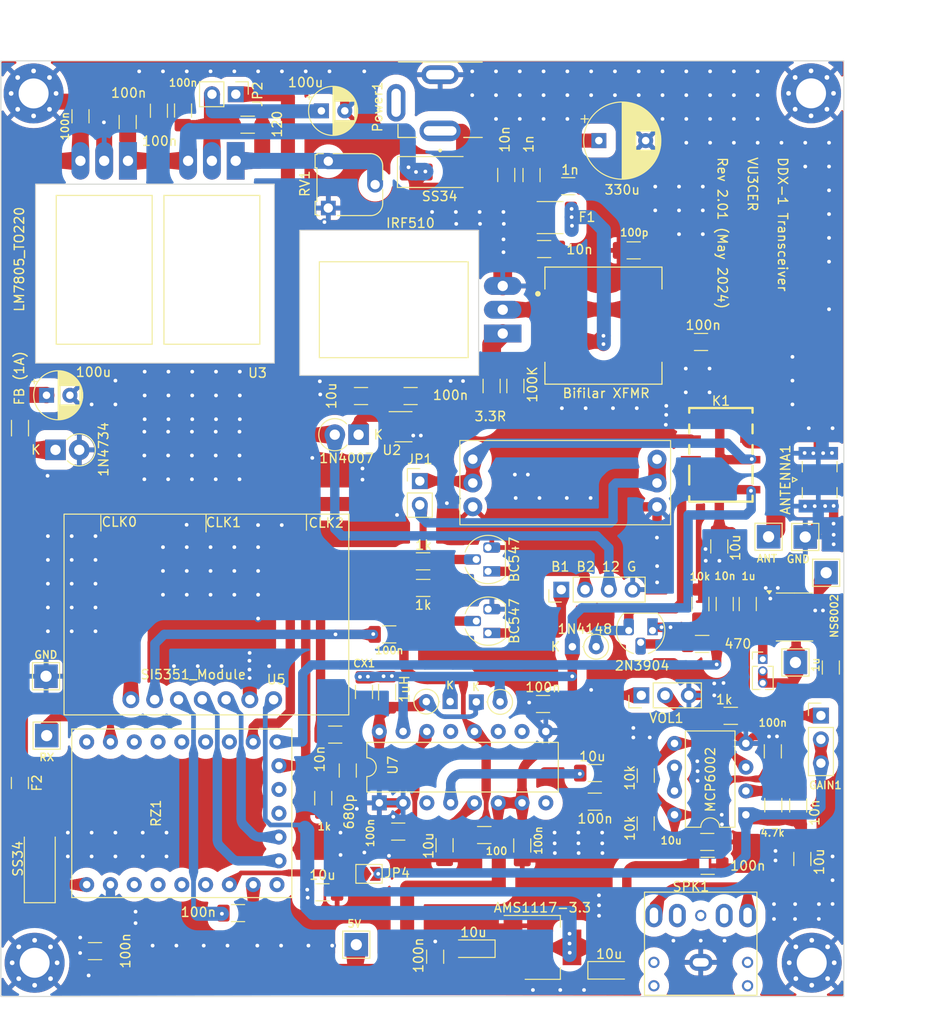
<source format=kicad_pcb>
(kicad_pcb (version 20240225) (generator "pcbnew") (generator_version "8.99")
  (layers (0 "F.Cu" signal) (31 "B.Cu" signal) (35 "F.Paste" user) (37 "F.SilkS" user "F.Silkscreen") (38 "B.Mask" user) (39 "F.Mask" user) (44 "Edge.Cuts" user))
  (net 0 "")
  (net 1 "GND")
  (net 2 "+VDC")
  (net 3 "Net-(C7-Pad2)")
  (net 4 "PTT")
  (net 5 "/DRAIN")
  (net 6 "Net-(Q2-G)")
  (net 7 "+5V")
  (net 8 "12V")
  (net 10 "Net-(D3-A)")
  (net 11 "RX")
  (net 12 "Net-(Q1-B)")
  (net 13 "Net-(U7-AM_OSC)")
  (net 14 "RX_OSC")
  (net 15 "Net-(U7-FM{slash}AM_SW)")
  (net 16 "Net-(C31-Pad1)")
  (net 17 "Net-(D8-A)")
  (net 18 "+3.3V")
  (net 19 "RX_AUDIO")
  (net 20 "Net-(U6-+IN)")
  (net 21 "Net-(U8A-+)")
  (net 22 "Net-(C38-Pad2)")
  (net 23 "Net-(C43-Pad2)")
  (net 24 "SCL")
  (net 25 "SDA")
  (net 26 "Net-(Rin1-Pad2)")
  (net 32 "Net-(U8B--)")
  (net 35 "Net-(U2-OUT)")
  (net 36 "RF_OUT1")
  (net 38 "Net-(D2-K)")
  (net 40 "Net-(JP2-B)")
  (net 41 "CAL")
  (net 42 "TO_ADC")
  (net 45 "TX_RF")
  (net 46 "G1")
  (net 47 "Net-(U5-S2)")
  (net 48 "RX_AFTER_HPF")
  (net 50 "Net-(D4-K)")
  (net 51 "G2")
  (net 53 "Net-(JP4-A)")
  (net 55 "Net-(F1-Pad1)")
  (net 57 "Net-(U1-VO)")
  (net 58 "10m")
  (net 60 "20m")
  (net 63 "Net-(Q3-B)")
  (net 64 "Net-(Q4-B)")
  (net 66 "Net-(RZ1-GP1)")
  (net 67 "11v")
  (net 68 "Net-(U3-ADJ)")
  (net 69 "ANTENNA")
  (net 71 "Net-(U7-AGC)")
  (net 72 "Net-(D5-K)")
  (net 73 "RIGHT")
  (net 74 "Net-(U6-VO1)")
  (net 75 "Net-(U6-VO2)")
  (footprint "Capacitor_SMD:C_1206_3216Metric_Pad1.33x1.80mm_HandSolder" (layer "F.Cu") (at 211.71 92.85 180)
    (property "Reference" "C7" (hide yes))
    (property "Value" "100n")
  )
  (footprint "Package_TO_SOT_THT:TO-220-3_Horizontal_TabDown" (layer "F.Cu") (at 190.536 91.947 90)
    (property "Reference" "Q2" (hide yes))
    (property "Value" "IRF510")
  )
  (footprint "Diode_SMD:D_SMA_Handsoldering" (layer "F.Cu") (at 183.802 74.704315)
    (property "Reference" "D1" (hide yes))
    (property "Value" "SS34")
  )
  (footprint "Capacitor_THT:CP_Radial_D8.0mm_P5.00mm" (layer "F.Cu") (at 200.797349 71.35)
    (property "Reference" "C5" (hide yes))
    (property "Value" "330u")
  )
  (footprint "Capacitor_THT:CP_Radial_D5.0mm_P2.50mm" (layer "F.Cu") (at 171.169888 68.175)
    (property "Reference" "C14" (hide yes))
    (property "Value" "100u")
  )
  (footprint "Capacitor_SMD:C_1206_3216Metric_Pad1.33x1.80mm_HandSolder" (layer "F.Cu") (at 147.0025 157.89 180)
    (property "Reference" "C21" (hide yes))
    (property "Value" "100n")
  )
  (footprint "Resistor_SMD:R_1206_3216Metric_Pad1.30x1.75mm_HandSolder" (layer "F.Cu") (at 182.03 116.27)
    (property "Reference" "R5" (hide yes))
    (property "Value" "1k")
  )
  (footprint "TestPoint:TestPoint_THTPad_2.5x2.5mm_Drill1.2mm" (layer "F.Cu") (at 141.84 134.88)
    (property "Reference" "TP1" (hide yes))
    (property "Value" "TestPoint" (hide yes))
  )
  (footprint "Potentiometer_THT:Potentiometer_Runtron_RM-065_Vertical" (layer "F.Cu") (at 171.91 78.55 90)
    (property "Reference" "RV1")
    (property "Value" "5k" (hide yes))
  )
  (footprint "Package_TO_SOT_SMD:SOT-223-3_TabPin2" (layer "F.Cu") (at 194.78 157.49)
    (property "Reference" "U4" (hide yes))
    (property "Value" "AMS1117-3.3")
  )
  (footprint "Resistor_SMD:R_1206_3216Metric_Pad1.30x1.75mm_HandSolder" (layer "F.Cu") (at 211.64 120.83 90)
    (property "Reference" "R2" (hide yes))
    (property "Value" "10k")
  )
  (footprint "Capacitor_THT:CP_Radial_D5.0mm_P2.50mm" (layer "F.Cu") (at 141.82 98.54)
    (property "Reference" "C44" (hide yes))
    (property "Value" "100u")
  )
  (footprint "TestPoint:TestPoint_THTPad_2.5x2.5mm_Drill1.2mm" (layer "F.Cu") (at 221.79 127.07)
    (property "Reference" "TP7" (hide yes))
    (property "Value" "TestPoint" (hide yes))
  )
  (footprint "Diode_THT:D_DO-41_SOD81_P2.54mm_Vertical_KathodeUp" (layer "F.Cu") (at 142.78 104.37)
    (property "Reference" "D5" (hide yes))
    (property "Value" "1N4734")
  )
  (footprint "MountingHole:MountingHole_3.2mm_M3_Pad_Via" (layer "F.Cu") (at 140.552944 159.132944)
    (property "Reference" "H3" (hide yes))
    (property "Value" "MountingHole_Pad" (hide yes))
  )
  (footprint "Capacitor_SMD:C_1206_3216Metric_Pad1.33x1.80mm_HandSolder" (layer "F.Cu") (at 197.53 76.22)
    (property "Reference" "C17" (hide yes))
    (property "Value" "1n")
  )
  (footprint "Package_TO_SOT_SMD:SOT-23-5_HandSoldering" (layer "F.Cu") (at 179.95 101.9)
    (property "Reference" "U2")
    (property "Value" "UCC27517ADBVR" (hide yes))
  )
  (footprint "Connector_Coaxial:SMA_Samtec_SMA-J-P-X-ST-EM1_EdgeMount" (layer "F.Cu") (at 224.23 107.555 90)
    (property "Reference" "ANTENNA1")
    (property "Value" "SMA" (hide yes))
  )
  (footprint "Capacitor_SMD:C_1206_3216Metric_Pad1.33x1.80mm_HandSolder" (layer "F.Cu") (at 214.24 120.83 90)
    (property "Reference" "C4" (hide yes))
    (property "Value" "10n")
  )
  (footprint "Resistor_SMD:R_1206_3216Metric_Pad1.30x1.75mm_HandSolder" (layer "F.Cu") (at 191.886 97.55 -90)
    (property "Reference" "R1" (hide yes))
    (property "Value" "100K")
  )
  (footprint "Inductor_SMD:L_1206_3216Metric_Pad1.22x1.90mm_HandSolder" (layer "F.Cu") (at 178.19 130.25 90)
    (property "Reference" "L5" (hide yes))
    (property "Value" "1uH")
  )
  (footprint "Diode_THT:D_DO-35_SOD27_P2.54mm_Vertical_KathodeUp" (layer "F.Cu") (at 197.97 125.39)
    (property "Reference" "D3" (hide yes))
    (property "Value" "1N4148")
  )
  (footprint "footprints:Pluggable-BPF" (layer "F.Cu") (at 196.96 108.04)
    (property "Reference" "BPF2" (hide yes))
    (property "Value" "Pluggable SMD BPF" (hide yes))
  )
  (footprint "Capacitor_SMD:C_1206_3216Metric_Pad1.33x1.80mm_HandSolder" (layer "F.Cu") (at 178.42 124.07 180)
    (property "Reference" "C26" (hide yes))
    (property "Value" "100n")
  )
  (footprint "footprints:XKB_DC-005-5A-2.0_Modded" (layer "F.Cu") (at 183.85 64.3125 -90)
    (property "Reference" "Power1")
    (property "Value" "DC-005 (Barrel Jack)" (hide yes))
  )
  (footprint "Capacitor_SMD:C_1206_3216Metric_Pad1.33x1.80mm_HandSolder" (layer "F.Cu") (at 156.4 68.1375 90)
    (property "Reference" "C30" (hide yes))
    (property "Value" "100n")
  )
  (footprint "Connector_PinHeader_2.54mm:PinHeader_1x03_P2.54mm_Vertical" (layer "F.Cu") (at 205.334 130.58 90)
    (property "Reference" "VOL1")
    (property "Value" "10k" (hide yes))
  )
  (footprint "Resistor_SMD:R_1206_3216Metric_Pad1.30x1.75mm_HandSolder" (layer "F.Cu") (at 171.37 141.56 -90)
    (property "Reference" "R7" (hide yes))
    (property "Value" "1k")
  )
  (footprint "Capacitor_SMD:C_1206_3216Metric_Pad1.33x1.80mm_HandSolder" (layer "F.Cu") (at 222.086 142.3355 90)
    (property "Reference" "C40" (hide yes))
    (property "Value" "10n")
  )
  (footprint "footprints:PJ-307_Modded" (layer "F.Cu") (at 211.68 156.09 90)
    (property "Reference" "SPK1")
    (property "Value" "SPEAKER")
  )
  (footprint "Capacitor_SMD:C_1206_3216Metric_Pad1.33x1.80mm_HandSolder" (layer "F.Cu") (at 145.45 68.75 90)
    (property "Reference" "C9" (hide yes))
    (property "Value" "100n")
  )
  (footprint "Capacitor_SMD:C_1206_3216Metric_Pad1.33x1.80mm_HandSolder" (layer "F.Cu") (at 179.376 145.128)
    (property "Reference" "C29" (hide yes))
    (property "Value" "100n")
  )
  (footprint "Capacitor_SMD:C_1206_3216Metric_Pad1.33x1.80mm_HandSolder" (layer "F.Cu") (at 200.37 141.93 180)
    (property "Reference" "C39" (hide yes))
    (property "Value" "100n")
  )
  (footprint "Capacitor_SMD:C_1206_3216Metric_Pad1.33x1.80mm_HandSolder" (layer "F.Cu") (at 180.7 98.6245)
    (property "Reference" "C16" (hide yes))
    (property "Value" "100n")
  )
  (footprint "Package_DIP:DIP-16_W7.62mm" (layer "F.Cu") (at 177.356 142.058 90)
    (property "Reference" "U7")
    (property "Value" "CD2003GB_GP" (hide yes))
  )
  (footprint "Diode_THT:D_DO-35_SOD27_P2.54mm_Vertical_KathodeUp" (layer "F.Cu") (at 187.714315 131.28)
    (property "Reference" "D9" (hide yes))
    (property "Value" "1N4148" (hide yes))
  )
  (footprint "Capacitor_SMD:C_1206_3216Metric_Pad1.33x1.80mm_HandSolder" (layer "F.Cu") (at 212.3735 146.233)
    (property "Reference" "C42" (hide yes))
    (property "Value" "10u")
  )
  (footprint "MountingHole:MountingHole_3.2mm_M3_Pad_Via" (layer "F.Cu") (at 223.53 159.13)
    (property "Reference" "H4" (hide yes))
    (property "Value" "MountingHole_Pad" (hide yes))
  )
  (footprint "Resistor_SMD:R_1206_3216Metric_Pad1.30x1.75mm_HandSolder" (layer "F.Cu") (at 205.8 144.27 -90)
    (property "Reference" "R11" (hide yes))
    (property "Value" "10k")
  )
  (footprint "Capacitor_SMD:C_1206_3216Metric_Pad1.33x1.80mm_HandSolder" (layer "F.Cu") (at 216.7 120.83 -90)
    (property "Reference" "C2" (hide yes))
    (property "Value" "1u")
  )
  (footprint "TestPoint:TestPoint_THTPad_2.5x2.5mm_Drill1.2mm" (layer "F.Cu") (at 141.77 128.54)
    (property "Reference" "TP2" (hide yes))
    (property "Value" "TestPoint" (hide yes))
  )
  (footprint "Capacitor_SMD:C_1206_3216Metric_Pad1.33x1.80mm_HandSolder" (layer "F.Cu") (at 213.66 114.68 -90)
    (property "Reference" "C13" (hide yes))
    (property "Value" "10u")
  )
  (footprint "Capacitor_SMD:C_1206_3216Metric_Pad1.33x1.80mm_HandSolder" (layer "F.Cu") (at 150.49 69.37 90)
    (property "Reference" "C1" (hide yes))
    (property "Value" "100n")
  )
  (footprint "TestPoint:TestPoint_THTPad_2.5x2.5mm_Drill1.2mm" (layer "F.Cu") (at 218.92 113.65)
    (property "Reference" "TP3" (hide yes))
    (property "Value" "TestPoint" (hide yes))
  )
  (footprint "Resistor_SMD:R_1206_3216Metric_Pad1.30x1.75mm_HandSolder" (layer "F.Cu") (at 205.81 139.146 90)
    (property "Reference" "R10" (hide yes))
    (property "Value" "10k")
  )
  (footprint "footprints:TO-220-3_Horizontal_TabDown" (layer "F.Cu") (at 150.52 73.51 180)
    (property "Reference" "U1" (hide yes))
    (property "Value" "LM7805_TO220")
  )
  (footprint "Package_DIP:DIP-8_W7.62mm" (layer "F.Cu") (at 216.496 143.333 180)
    (property "Reference" "U8" (hide yes))
    (property "Value" "MCP6002")
  )
  (footprint "footprints:IND_SRF1260A-4R7Y-Longer-Pads" (layer "F.Cu") (at 201.29 91.105)
    (property "Reference" "T1" (hide yes))
    (property "Value" "Bifilar XFMR")
  )
  (footprint "Capacitor_SMD:C_1206_3216Metric_Pad1.33x1.80mm_HandSolder" (layer "F.Cu") (at 192.62 146.61 -90)
    (property "Reference" "C37" (hide yes))
    (property "Value" "100n")
  )
  (footprint "Resistor_SMD:R_1206_3216Metric_Pad1.30x1.75mm_HandSolder" (layer "F.Cu") (at 182.04 119.11)
    (property "Reference" "R3" (hide yes))
    (property "Value" "1k")
  )
  (footprint "Capacitor_SMD:C_1206_3216Metric_Pad1.33x1.80mm_HandSolder" (layer "F.Cu") (at 193.61 75.03 90)
    (property "Reference" "C10" (hide yes))
    (property "Value" "1n")
  )
  (footprint "Capacitor_SMD:C_1206_3216Metric_Pad1.33x1.80mm_HandSolder" (layer "F.Cu") (at 172.6475 134.77 180)
    (property "Reference" "C35" (hide yes))
    (property "Value" "10n")
  )
  (footprint "Diode_THT:D_DO-41_SOD81_P2.54mm_Vertical_KathodeUp" (layer "F.Cu") (at 175.143234 102.75 180)
    (property "Reference" "D4" (hide yes))
    (property "Value" "1N4007")
  )
  (footprint "Capacitor_SMD:C_1206_3216Metric_Pad1.33x1.80mm_HandSolder" (layer "F.Cu") (at 153.825 68.1625 90)
    (property "Reference" "C32" (hide yes))
    (property "Value" "100n")
  )
  (footprint "TestPoint:TestPoint_THTPad_2.5x2.5mm_Drill1.2mm" (layer "F.Cu") (at 225.07 117.49)
    (property "Reference" "TP6" (hide yes))
    (property "Value" "TestPoint" (hide yes))
  )
  (footprint "Package_TO_SOT_THT:TO-92_HandSolder" (layer "F.Cu") (at 188.98 123.92 90)
    (property "Reference" "Q3" (hide yes))
    (property "Value" "BC547")
  )
  (footprint "Capacitor_SMD:C_1206_3216Metric_Pad1.33x1.80mm_HandSolder" (layer "F.Cu") (at 184.324 146.5825 -90)
    (property "Reference" "C36" (hide yes))
    (property "Value" " 10u")
  )
  (footprint "Capacitor_Tantalum_SMD:CP_EIA-3216-10_Kemet-I" (layer "F.Cu") (at 201.9375 159.94)
    (property "Reference" "C46" (hide yes))
    (property "Value" "10u")
  )
  (footprint "Capacitor_SMD:C_1206_3216Metric_Pad1.33x1.80mm_HandSolder" (layer "F.Cu") (at 200.37 138.88)
    (property "Reference" "C38" (hide yes))
    (property "Value" "10u")
  )
  (footprint "Capacitor_SMD:C_1206_3216Metric_Pad1.33x1.80mm_HandSolder" (layer "F.Cu") (at 204.5175 83.07 180)
    (property "Reference" "C3" (hide yes))
    (property "Value" "100p")
  )
  (footprint "Capacitor_SMD:C_1206_3216Metric_Pad1.33x1.80mm_HandSolder" (layer "F.Cu") (at 175.4046 98.6245 180)
    (property "Reference" "C23" (hide yes))
    (property "Value" "10u")
  )
  (footprint "Connector_PinHeader_2.54mm:PinHeader_1x04_P2.54mm_Vertical" (layer "F.Cu") (at 196.79 119.29 90)
    (property "Reference" "J2" (hide yes))
    (property "Value" "E-LPF" (hide yes))
  )
  (footprint "Capacitor_SMD:C_1206_3216Metric_Pad1.33x1.80mm_HandSolder" (layer "F.Cu") (at 162.27 153.83)
    (property "Reference" "C27" (hide yes))
    (property "Value" "100n")
  )
  (footprint "Capacitor_SMD:C_1206_3216Metric_Pad1.33x1.80mm_HandSolder" (layer "F.Cu") (at 219.376 136.56 90)
    (property "Reference" "C41" (hide yes))
    (property "Value" "100n")
  )
  (footprint "Capacitor_SMD:C_1206_3216Metric_Pad1.33x1.80mm_HandSolder" (layer "F.Cu") (at 183.32 158.4875 90)
    (property "Reference" "C47" (hide yes))
    (property "Value" "100n")
  )
  (footprint "footprints:RP2040-Zero" (layer "F.Cu") (at 168.02 152.17 90)
    (property "Reference" "RZ1")
    (property "Value" "RP2040-Zero" (hide yes))
  )
  (footprint "Jumper:SolderJumper-2_P1.3mm_Open_TrianglePad1.0x1.5mm" (layer "F.Cu") (at 176.255 149.64)
    (property "Reference" "JP4")
    (property "Value" "Jumper_2_Open" (hide yes))
  )
  (footprint "Capacitor_SMD:C_1206_3216Metric_Pad1.33x1.80mm_HandSolder" (layer "F.Cu") (at 194.96 82.93)
    (property "Reference" "C6" (hide yes))
    (property "Value" "10n")
  )
  (footprint "Capacitor_SMD:C_1206_3216Metric_Pad1.33x1.80mm_HandSolder" (layer "F.Cu") (at 225.57 127.61 90)
    (property "Reference" "C15" (hide yes))
    (property "Value" "1u")
  )
  (footprint "Capacitor_SMD:C_1206_3216Metric_Pad1.33x1.80mm_HandSolder" (layer "F.Cu") (at 222.526 148.0525 -90)
    (property "Reference" "C43" (hide yes))
    (property "Value" "10u")
  )
  (footprint "Connector_PinHeader_2.54mm:PinHeader_1x03_P2.54mm_Vertical" (layer "F.Cu") (at 224.51 132.74)
    (property "Reference" "GAIN1")
    (property "Value" "100k" (hide yes))
  )
  (footprint "MountingHole:MountingHole_3.2mm_M3_Pad_Via" (layer "F.Cu") (at 140.442944 66.312944)
    (property "Reference" "H1" (hide yes))
    (property "Value" "MountingHole_Pad" (hide yes))
  )
  (footprint "Diode_THT:D_DO-35_SOD27_P2.54mm_Vertical_KathodeUp" (layer "F.Cu") (at 184.916 131.248 180)
    (property "Reference" "D8" (hide yes))
    (property "Value" "1N4148" (hide yes))
  )
  (footprint "Capacitor_SMD:C_1206_3216Metric_Pad1.33x1.80mm_HandSolder" (layer "F.Cu") (at 173.99 138.61 -90)
    (property "Reference" "C31" (hide yes))
    (property "Value" "680p")
  )
  (footprint "Connector_PinHeader_1.27mm:PinHeader_1x03_P1.27mm_Vertical" (layer "F.Cu") (at 218.3 126.72)
    (property "Reference" "GAIN2" (hide yes))
    (property "Value" "250k" (hide yes))
  )
  (footprint "Fuse:Fuse_1206_3216Metric_Pad1.42x1.75mm_HandSolder" (layer "F.Cu") (at 138.98 139.9375 -90)
    (property "Reference" "F2")
    (property "Value" "0.5A" (hide yes))
  )
  (footprint "footprints:TO-220-3_Horizontal_TabDown" (layer "F.Cu") (at 162.02 73.51 180)
    (property "Reference" "U3")
    (property "Value" "LM1086-ADJ-220" (hide yes))
  )
  (footprint "Capacitor_SMD:C_1206_3216Metric_Pad1.33x1.80mm_HandSolder" (layer "F.Cu") (at 175.72 130.22 90)
    (property "Reference" "CX1")
    (property "Value" "  DNP" (hide yes))
  )
  (footprint "Resistor_SMD:R_1206_3216Metric_Pad1.30x1.75mm_HandSolder" (layer "F.Cu") (at 163.3 69.65)
    (property "Reference" "R14" (hide yes))
    (property "Value" "120")
  )
  (footprint "footprints:RELAY-SMD_HFD4-5-SR" (layer "F.Cu") (at 213.8 104.86 90)
    (property "Reference" "K1")
    (property "Value" "HFD4/5-S" (hide yes))
  )
  (footprint "Inductor_SMD:L_1206_3216Metric_Pad1.22x1.90mm_HandSolder" (layer "F.Cu") (at 138.99 102.05 90)
    (property "Reference" "L4" (hide yes))
    (property "Value" "FB (1A)")
  )
  (footprint "Resistor_SMD:R_1206_3216Metric_Pad1.30x1.75mm_HandSolder" (layer "F.Cu") (at 214.884 132.768 180)
    (property "Reference" "Rin1" (hide yes))
    (property "Value" "1k")
  )
  (footprint "Package_SO:SO-8_3.9x4.9mm_P1.27mm" (layer "F.Cu") (at 221.69 122.215)
    (property "Reference" "U6" (hide yes))
    (property "Value" "NS8002")
  )
  (footprint "Fuse:Fuse_1812_4532Metric_Pad1.30x3.40mm_HandSolder" (layer "F.Cu") (at 195.59 79.57 180)
    (property "Reference" "F1")
    (property "Value" "2A" (hide yes))
  )
  (footprint "Resistor_SMD:R_1206_3216Metric_Pad1.30x1.75mm_HandSolder" (layer "F.Cu") (at 219.426 142.303 90)
    (property "Reference" "Rf1" (hide yes))
    (property "Value" "4.7k")
  )
  (footprint "Capacitor_SMD:C_1206_3216Metric_Pad1.33x1.80mm_HandSolder" (layer "F.Cu") (at 194.84 131.504 180)
    (property "Reference" "C28" (hide yes))
    (property "Value" "100n")
  )
  (footprint "Capacitor_Tantalum_SMD:CP_EIA-3216-10_Kemet-I" (layer "F.Cu") (at 187.41 157.63 180)
    (property "Reference" "C45" (hide yes))
    (property "Value" "10u")
  )
  (footprint "Resistor_SMD:R_1206_3216Metric_Pad1.30x1.75mm_HandSolder" (layer "F.Cu") (at 189.35 97.55 90)
    (property "Reference" "R12" (hide yes))
    (property "Value" "3.3R")
  )
  (footprint "MountingHole:MountingHole_3.2mm_M3_Pad_Via" (layer "F.Cu") (at 223.457056 66.302944)
    (property "Reference" "H2" (hide yes))
    (property "Value" "MountingHole_Pad" (hide yes))
  )
  (footprint "Package_TO_SOT_THT:TO-92_HandSolder" (layer "F.Cu") (at 188.97 117.34 90)
    (property "Reference" "Q4" (hide yes))
    (property "Value" "BC547")
  )
  (footprint "Diode_SMD:D_SMA_Handsoldering" (layer "F.Cu") (at 141.1 148.21 90)
    (property "Reference" "D2" (hide yes))
    (property "Value" "SS34")
  )
  (footprint "Connector_PinHeader_2.54mm:PinHeader_1x02_P2.54mm_Vertical" (layer "F.Cu") (at 181.68 107.7)
    (property "Reference" "JP1")
    (property "Value" "Jumper_2_Open" (hide yes))
  )
  (footprint "Capacitor_SMD:C_1206_3216Metric_Pad1.33x1.80mm_HandSolder" (layer "F.Cu") (at 171.29 151.61 180)
    (property "Reference" "C12" (hide yes))
    (property "Value" "10u")
  )
  (footprint "Connector_PinHeader_2.54mm:PinHeader_1x02_P2.54mm_Vertical" (layer "F.Cu") (at 162.03 66.4 -90)
    (property "Reference" "JP2")
    (property "Value" "Jumper_2_Open" (hide yes))
  )
  (footprint "TestPoint:TestPoint_THTPad_2.5x2.5mm_Drill1.2mm" (layer "F.Cu") (at 174.9 157.2)
    (property "Reference" "TP5" (hide yes))
    (property "Value" "TestPoint")
  )
  (footprint "TestPoint:TestPoint_THTPad_2.5x2.5mm_Drill1.2mm" (layer "F.Cu") (at 222.84 113.67)
    (property "Reference" "TP4" (hide yes))
    (property "Value" "TestPoint" (hide yes))
  )
  (footprint "Resistor_SMD:R_1206_3216Metric_Pad1.30x1.75mm_HandSolder" (layer "F.Cu") (at 211.83 125.09 180)
    (property "Reference" "R4" (hide yes))
    (property "Value" "470")
  )
  (footprint "Package_TO_SOT_THT:TO-92_HandSolder" (layer "F.Cu") (at 206.53 123.66 180)
    (property "Reference" "Q1" (hide yes))
    (property "Value" "2N3904")
  )
  (footprint "Capacitor_SMD:C_1206_3216Metric_Pad1.33x1.80mm_HandSolder" (layer "F.Cu") (at 212.42 148.78)
    (property "Reference" "C25" (hide yes))
    (property "Value" "100n")
  )
  (footprint "Resistor_SMD:R_1206_3216Metric_Pad1.30x1.75mm_HandSolder" (layer "F.Cu") (at 188.564 145.496)
    (property "Reference" "R6" (hide yes))
    (property "Value" "100")
  )
  (footprint "footprints:SI5351 Module" (layer "F.Cu") (at 174.0969 126.0648 180)
    (property "Reference" "U5")
    (property "Value" "SI5351_Module")
  )
  (footprint "Capacitor_SMD:C_1206_3216Metric_Pad1.33x1.80mm_HandSolder" (layer "F.Cu") (at 190.91 75.02 90)
    (property "Reference" "C11" (hide yes))
    (property "Value" "10n")
  )
  (gr_rect (start 136.958 62.835) (end 226.958 162.735) (stroke (width 0.1)) (fill none) (layer "Edge.Cuts"))
  (gr_rect (start 140.65 76) (end 166.15 95.1) (stroke (width 0.1)) (fill none) (layer "Edge.Cuts"))
  (gr_rect (start 168.861 80.922) (end 187.961 96.422) (stroke (width 0.1)) (fill none) (layer "Edge.Cuts"))
  (gr_text "RX" (at 141.84 137.2 0) (layer "F.SilkS") (effects (font (size 0.8 0.8))))
  (gr_text "GND" (at 222.09 116.04 0) (layer "F.SilkS") (effects (font (size 0.8 0.8))))
  (gr_text "DDX-1 Transceiver\n\nVU3CER\n\nRev 2.01 (May 2024)" (at 213.4 73.03 -90) (layer "F.SilkS") (effects (font (size 1 1)) (justify left bottom)))
  (gr_text "B1 B2 12 G" (at 200.25 116.85 0) (layer "F.SilkS") (effects (font (size 1 1))))
  (gr_text "5V" (at 174.68 154.97 0) (layer "F.SilkS") (effects (font (size 0.8 0.8))))
  (gr_text "ANT" (at 218.74 115.98 0) (layer "F.SilkS") (effects (font (size 0.8 0.8))))
  (gr_text "GND" (at 141.75 126.25 0) (layer "F.SilkS") (effects (font (size 0.8 0.8))))
  (segment (start 218.9525 134.9975) (end 217.2115 134.9975) (width 0.75) (layer "F.Cu") (net 1))
  (segment (start 207.01 110.45) (end 207.01 118.97) (width 1) (layer "F.Cu") (net 1))
  (segment (start 214.75 133.967) (end 216.496 135.713) (width 1) (layer "F.Cu") (net 1))
  (segment (start 213.936 146.233) (end 213.936 147.64) (width 0.5) (layer "F.Cu") (net 1))
  (segment (start 163.5305 122.32) (end 163.5305 119.898) (width 1.5) (layer "F.Cu") (net 1))
  (segment (start 224.23 111.3) (end 224.23 112.28) (width 1) (layer "F.Cu") (net 1))
  (segment (start 219.11 119.28) (end 219.74 119.28) (width 1) (layer "F.Cu") (net 1))
  (segment (start 163.47 119.8375) (end 164.417381 119.8375) (width 2) (layer "F.Cu") (net 1))
  (segment (start 207.95 102.97) (end 208.2 103.22) (width 1) (layer "F.Cu") (net 1))
  (segment (start 179.896 142.494) (end 178.85 143.54) (width 0.5) (layer "F.Cu") (net 1))
  (segment (start 163.588 122.3775) (end 163.5305 122.32) (width 2) (layer "F.Cu") (net 1))
  (segment (start 213.936 146.233) (end 213.936 148.7335) (width 0.5) (layer "F.Cu") (net 1))
  (segment (start 161.877381 119.8375) (end 163.47 119.8375) (width 2) (layer "F.Cu") (net 1))
  (segment (start 190.536 86.867) (end 190.536 80.354) (width 2) (layer "F.Cu") (net 1))
  (segment (start 214.65 130.58) (end 214.75 130.68) (width 1) (layer "F.Cu") (net 1))
  (segment (start 212.21 116.21) (end 213.6275 116.21) (width 1) (layer "F.Cu") (net 1))
  (segment (start 164.417381 122.3775) (end 163.588 122.3775) (width 2) (layer "F.Cu") (net 1))
  (segment (start 181.79 102.84) (end 181.79 102.18) (width 0.75) (layer "F.Cu") (net 1))
  (segment (start 225.87 110.35) (end 225.87 112.24) (width 1) (layer "F.Cu") (net 1))
  (segment (start 212.21 118.71) (end 211.64 119.28) (width 1) (layer "F.Cu") (net 1))
  (segment (start 191.63 155.19) (end 191.0975 155.7225) (width 0.75) (layer "F.Cu") (net 1))
  (segment (start 173.58 63.9575) (end 175.75175 63.9575) (width 1) (layer "F.Cu") (net 1))
  (segment (start 213.12 130.58) (end 214.65 130.58) (width 1) (layer "F.Cu") (net 1))
  (segment (start 186.06 157.63) (end 184.025 157.63) (width 1) (layer "F.Cu") (net 1))
  (segment (start 224.24 102.52) (end 224.23 102.53) (width 1) (layer "F.Cu") (net 1))
  (segment (start 191.0975 155.7225) (end 185.8475 155.7225) (width 0.75) (layer "F.Cu") (net 1))
  (segment (start 214.75 133.967) (end 214.75 130.68) (width 0.75) (layer "F.Cu") (net 1))
  (segment (start 212.21 116.21) (end 212.21 117.78) (width 1) (layer "F.Cu") (net 1))
  (segment (start 173.669888 68.175) (end 173.669888 64.047388) (width 1) (layer "F.Cu") (net 1))
  (segment (start 207.95 101.69) (end 207.95 99.72) (width 1) (layer "F.Cu") (net 1))
  (segment (start 181.79 102.18) (end 181.56 101.95) (width 0.75) (layer "F.Cu") (net 1))
  (segment (start 212.21 117.78) (end 212.21 118.71) (width 1) (layer "F.Cu") (net 1))
  (segment (start 172.037381 63.9575) (end 173.58 63.9575) (width 1) (layer "F.Cu") (net 1))
  (segment (start 210.414 130.58) (end 213.12 130.58) (width 1) (layer "F.Cu") (net 1))
  (segment (start 224.24 102.0575) (end 224.24 102.52) (width 1) (layer "F.Cu") (net 1))
  (segment (start 163.5305 119.898) (end 163.47 119.8375) (width 1.5) (layer "F.Cu") (net 1))
  (segment (start 219.11 120.25) (end 219.11 119.28) (width 1) (layer "F.Cu") (net 1))
  (segment (start 207.95 101.69) (end 207.95 102.97) (width 1) (layer "F.Cu") (net 1))
  (segment (start 184.025 157.63) (end 183.33 156.935) (width 1) (layer "F.Cu") (net 1))
  (segment (start 211.64 119.28) (end 219.11 119.28) (width 1) (layer "F.Cu") (net 1))
  (segment (start 208.45 123.31) (end 207.5 123.31) (width 1) (layer "F.Cu") (net 1))
  (segment (start 213.92 143.33) (end 213.92 146.217) (width 1.5) (layer "F.Cu") (net 1))
  (segment (start 207.01 110.45) (end 200.857219 110.45) (width 1) (layer "F.Cu") (net 1))
  (segment (start 181.56 101.95) (end 178.6 101.95) (width 0.75) (layer "F.Cu") (net 1))
  (segment (start 217.2115 134.9975) (end 216.496 135.713) (width 0.75) (layer "F.Cu") (net 1))
  (segment (start 173.669888 64.047388) (end 173.58 63.9575) (width 1) (layer "F.Cu") (net 1))
  (segment (start 200.857219 110.45) (end 199.917219 109.51) (width 1) (layer "F.Cu") (net 1))
  (segment (start 212.21 116.21) (end 212.21 114.98) (width 1) (layer "F.Cu") (net 1))
  (segment (start 224.23 102.53) (end 224.23 104.73) (width 1) (layer "F.Cu") (net 1))
  (segment (start 147.98 73.51) (end 147.98 69.43) (width 1.7) (layer "F.Cu") (net 1))
  (segment (start 223.2146 102.0575) (end 224.24 102.0575) (width 1) (layer "F.Cu") (net 1))
  (segment (start 224.23 110.38) (end 224.23 111.3) (width 1) (layer "F.Cu") (net 1))
  (segment (start 224.24 102.0575) (end 225.7546 102.0575) (width 1) (layer "F.Cu") (net 1))
  (segment (start 177.356 142.058) (end 179.896 142.058) (width 1) (layer "F.Cu") (net 1))
  (segment (start 213.92 146.217) (end 213.936 146.233) (width 1.5) (layer "F.Cu") (net 1))
  (segment (start 163.5305 131.0432) (end 163.5305 125.17) (width 1.5) (layer "F.Cu") (net 1))
  (segment (start 208.2 103.22) (end 210.62 103.22) (width 1) (layer "F.Cu") (net 1))
  (segment (start 207.5 123.31) (end 206.88 123.31) (width 1) (layer "F.Cu") (net 1))
  (segment (start 214.0735 147.7775) (end 213.936 147.64) (width 0.5) (layer "F.Cu") (net 1))
  (segment (start 206.88 123.31) (end 206.53 123.66) (width 1) (layer "F.Cu") (net 1))
  (segment (start 145.45 67.1875) (end 141.3175 67.1875) (width 1.7) (layer "F.Cu") (net 1))
  (segment (start 163.5305 125.17) (end 163.5305 122.32) (width 1.5) (layer "F.Cu") (net 1))
  (segment (start 224.23 112.28) (end 222.84 113.67) (width 1) (layer "F.Cu") (net 1))
  (segment (start 185.8475 155.7225) (end 185.8475 157.63) (width 0.75) (layer "F.Cu") (net 1))
  (segment (start 225.87 112.24) (end 225.86 112.25) (width 1) (layer "F.Cu") (net 1))
  (via (at 217.757381 69.0375) (size 0.8) (drill 0.4) (layers "F.Cu" "B.Cu") (net 1))
  (via (at 163.51 126.05) (size 0.8) (drill 0.4) (layers "F.Cu" "B.Cu") (net 1))
  (via (at 213.67 116.21) (size 0.8) (drill 0.4) (layers "F.Cu" "B.Cu") (net 1))
  (via (at 190.65 80.24) (size 0.8) (drill 0.4) (layers "F.Cu" "B.Cu") (net 1))
  (via (at 224.75 104.72) (size 0.8) (drill 0.4) (layers "F.Cu" "B.Cu") (net 1))
  (via (at 162.46 96.02) (size 0.8) (drill 0.4) (layers "F.Cu" "B.Cu") (net 1))
  (via (at 194.897381 69.0375) (size 0.8) (drill 0.4) (layers "F.Cu" "B.Cu") (net 1))
  (via (at 152.3 96.02) (size 0.8) (drill 0.4) (layers "F.Cu" "B.Cu") (net 1))
  (via (at 225.87 110.35) (size 0.8) (drill 0.4) (layers "F.Cu" "B.Cu") (net 1))
  (via (at 206.23175 135.0775) (size 0.8) (drill 0.4) (layers "F.Cu" "B.Cu") (net 1))
  (via (at 225.7546 102.0575) (size 0.8) (drill 0.4) (layers "F.Cu" "B.Cu") (net 1))
  (via (at 163.49 126.88) (size 0.8) (drill 0.4) (layers "F.Cu" "B.Cu") (net 1))
  (via (at 172.037381 63.9575) (size 0.8) (drill 0.4) (layers "F.Cu" "B.Cu") (net 1))
  (via (at 225.87 114.45) (size 0.8) (drill 0.4) (layers "F.Cu" "B.Cu") (net 1))
  (via (at 156.797381 63.9575) (size 0.8) (drill 0.4) (layers "F.Cu" "B.Cu") (net 1))
  (via (at 225.377381 81.7375) (size 0.8) (drill 0.4) (layers "F.Cu" "B.Cu") (net 1))
  (via (at 174.9546 142.6975) (size 0.8) (drill 0.4) (layers "F.Cu" "B.Cu") (net 1))
  (via (at 207.95 101.69) (size 0.8) (drill 0.4) (layers "F.Cu" "B.Cu") (net 1))
  (via (at 198.61175 145.2375) (size 0.8) (drill 0.4) (layers "F.Cu" "B.Cu") (net 1))
  (via (at 149.177381 145.2375) (size 0.8) (drill 0.4) (layers "F.Cu" "B.Cu") (net 1))
  (via (at 215.217381 63.9575) (size 0.8) (drill 0.4) (layers "F.Cu" "B.Cu") (net 1))
  (via (at 154.84 101.1) (size 0.8) (drill 0.4) (layers "F.Cu" "B.Cu") (net 1))
  (via (at 190.6166 81.895) (size 0.8) (drill 0.4) (layers "F.Cu" "B.Cu") (net 1))
  (via (at 220.297381 71.5775) (size 0.8) (drill 0.4) (layers "F.Cu" "B.Cu") (net 1))
  (via (at 164.417381 117.2975) (size 0.8) (drill 0.4) (layers "F.Cu" "B.Cu") (net 1))
  (via (at 198.62 146.38) (size 0.8) (drill 0.4) (layers "F.Cu" "B.Cu") (net 1))
  (via (at 166.94 112.4) (size 0.8) (drill 0.4) (layers "F.Cu" "B.Cu") (net 1))
  (via (at 213.94 144.36) (size 0.8) (drill 0.4) (layers "F.Cu" "B.Cu") (net 1))
  (via (at 199.917219 109.51) (size 0.8) (drill 0.4) (layers "F.Cu" "B.Cu") (net 1))
  (via (at 154.6346 147.7775) (size 0.8) (drill 0.4) (layers "F.Cu" "B.Cu") (net 1))
  (via (at 200.82 153) (size 0.8) (drill 0.4) (layers "F.Cu" "B.Cu") (net 1))
  (via (at 144.51 116.12) (size 0.8) (drill 0.4) (layers "F.Cu" "B.Cu") (net 1))
  (via (at 152.3 98.56) (size 0.8) (drill 0.4) (layers "F.Cu" "B.Cu") (net 1))
  (via (at 192.357381 66.4975) (size 0.8) (drill 0.4) (layers "F.Cu" "B.Cu") (net 1))
  (via (at 223.9 121.52) (size 0.8) (drill 0.4) (layers "F.Cu" "B.Cu") (net 1))
  (via (at 162.46 98.56) (size 0.8) (drill 0.4) (layers "F.Cu" "B.Cu") (net 1))
  (via (at 160.51175 127.4575) (size 0.8) (drill 0.4) (layers "F.Cu" "B.Cu") (net 1))
  (via (at 221.47175 99.5175) (size 0.8) (drill 0.4) (layers "F.Cu" "B.Cu") (net 1))
  (via (at 156.797381 117.2975) (size 0.8) (drill 0.4) (layers "F.Cu" "B.Cu") (net 1))
  (via (at 185.57 80.24) (size 0.8) (drill 0.4) (layers "F.Cu" "B.Cu") (net 1))
  (via (at 146.637381 99.5175) (size 0.8) (drill 0.4) (layers "F.Cu" "B.Cu") (net 1))
  (via (at 218.97 134.98) (size 0.8) (drill 0.4) (layers "F.Cu" "B.Cu") (net 1))
  (via (at 212.21 116.21) (size 0.8) (drill 0.4) (layers "F.Cu" "B.Cu") (net 1))
  (via (at 199.977381 129.9975) (size 0.8) (drill 0.4) (layers "F.Cu" "B.Cu") (net 1))
  (via (at 146.32 160.49) (size 0.8) (drill 0.4) (layers "F.Cu" "B.Cu") (net 1))
  (via (at 207.02 118.52) (size 0.8) (drill 0.4) (layers "F.Cu" "B.Cu") (net 1))
  (via (at 144.51 123.74) (size 0.8) (drill 0.4) (layers "F.Cu" "B.Cu") (net 1))
  (via (at 223.2146 102.0575) (size 0.8) (drill 0.4) (layers "F.Cu" "B.Cu") (net 1))
  (via (at 200.81 151.93) (size 0.8) (drill 0.4) (layers "F.Cu" "B.Cu") (net 1))
  (via (at 217.757381 66.4975) (size 0.8) (drill 0.4) (layers "F.Cu" "B.Cu") (net 1))
  (via (at 159.89 104.97) (size 0.8) (drill 0.4) (layers "F.Cu" "B.Cu") (net 1))
  (via (at 213.12 129.31) (size 0.8) (drill 0.4) (layers "F.Cu" "B.Cu") (net 1))
  (via (at 182.99 78.97) (size 0.8) (drill 0.4) (layers "F.Cu" "B.Cu") (net 1))
  (via (at 210.137381 69.0375) (size 0.8) (drill 0.4) (layers "F.Cu" "B.Cu") (net 1))
  (via (at 201.16 146.38) (size 0.8) (drill 0.4) (layers "F.Cu" "B.Cu") (net 1))
  (via (at 141.97 121.2) (size 0.8) (drill 0.4) (layers "F.Cu" "B.Cu") (net 1))
  (via (at 225.87 113.43) (size 0.8) (drill 0.4) (layers "F.Cu" "B.Cu") (net 1))
  (via (at 219.82 134.96) (size 0.8) (drill 0.4) (layers "F.Cu" "B.Cu") (net 1))
  (via (at 211.34 138.68) (size 0.8) (drill 0.4) (layers "F.Cu" "B.Cu") (net 1))
  (via (at 225.377381 71.5775) (size 0.8) (drill 0.4) (layers "F.Cu" "B.Cu") (net 1))
  (via (at 191.92 109.51) (size 0.8) (drill 0.4) (layers "F.Cu" "B.Cu") (net 1))
  (via (at 207 113.74) (size 0.8) (drill 0.4) (layers "F.Cu" "B.Cu") (net 1))
  (via (at 175.56 106.36) (size 0.8) (drill 0.4) (layers "F.Cu" "B.Cu") (net 1))
  (via (at 175.75175 63.9575) (size 0.8) (drill 0.4) (layers "F.Cu" "B.Cu") (net 1))
  (via (at 198.64 147.42) (size 0.8) (drill 0.4) (layers "F.Cu" "B.Cu") (net 1))
  (via (at 213.12 130.58) (size 0.8) (drill 0.4) (layers "F.Cu" "B.Cu") (net 1))
  (via (at 154.257381 63.9575) (size 0.8) (drill 0.4) (layers "F.Cu" "B.Cu") (net 1))
  (via (at 207.597381 63.9575) (size 0.8) (drill 0.4) (layers "F.Cu" "B.Cu") (net 1))
  (via (at 169.787219 157.3) (size 0.8) (drill 0.4) (layers "F.Cu" "B.Cu") (net 1))
  (via (at 184.57 110.06) (size 0.8) (drill 0.4) (layers "F.Cu" "B.Cu") (net 1))
  (via (at 161.147219 157.3) (size 0.8) (drill 0.4) (layers "F.Cu" "B.Cu") (net 1))
  (via (at 212.677381 66.4975) (size 0.8) (drill 0.4) (layers "F.Cu" "B.Cu") (net 1))
  (via (at 171.006 97.052) (size 0.8) (drill 0.4) (layers "F.Cu" "B.Cu") (net 1))
  (via (at 144.51 121.2) (size 0.8) (drill 0.4) (layers "F.Cu" "B.Cu") (net 1))
  (via (at 207.5 123.31) (size 0.8) (drill 0.4) (layers "F.Cu" "B.Cu") (net 1))
  (via (at 166.957381 63.9575) (size 0.8) (drill 0.4) (layers "F.Cu" "B.Cu") (net 1))
  (via (at 189.817381 63.9575) (size 0.8) (drill 0.4) (layers "F.Cu" "B.Cu") (net 1))
  (via (at 223.85 110.38) (size 0.8) (drill 0.4) (layers "F.Cu" "B.Cu") (net 1))
  (via (at 224.297219 152.87) (size 0.8) (drill 0.4) (layers "F.Cu" "B.Cu") (net 1))
  (via (at 213.92 143.33) (size 0.8) (drill 0.4) (layers "F.Cu" "B.Cu") (net 1))
  (via (at 151.717381 63.9575) (size 0.8) (drill 0.4) (layers "F.Cu" "B.Cu") (net 1))
  (via (at 217.757381 71.5775) (size 0.8) (drill 0.4) (layers "F.Cu" "B.Cu") (net 1))
  (via (at 152.0946 147.7775) (size 0.8) (drill 0.4) (layers "F.Cu" "B.Cu") (net 1))
  (via (at 196.1 147.42) (size 0.8) (drill 0.4) (layers "F.Cu" "B.Cu") (net 1))
  (via (at 170.2 105.23) (size 0.8) (drill 0.4) (layers "F.Cu" "B.Cu") (net 1))
  (via (at 225.86 112.25) (size 0.8) (drill 0.4) (layers "F.Cu" "B.Cu") (net 1))
  (via (at 199.39 99.92) (size 0.8) (drill 0.4) (layers "F.Cu" "B.Cu") (net 1))
  (via (at 225.377381 79.1975) (size 0.8) (drill 0.4) (layers "F.Cu" "B.Cu") (net 1))
  (via (at 222.81 110.39) (size 0.8) (drill 0.4) (layers "F.Cu" "B.Cu") (net 1))
  (via (at 159.92 96.02) (size 0.8) (drill 0.4) (layers "F.Cu" "B.Cu") (net 1))
  (via (at 156.78 112.37) (size 0.8) (drill 0.4) (layers "F.Cu" "B.Cu") (net 1))
  (via (at 178.39 147.71) (size 0.8) (drill 0.4) (layers "F.Cu" "B.Cu") (net 1))
  (via (at 144.51 118.66) (size 0.8) (drill 0.4) (layers "F.Cu" "B.Cu") (net 1))
  (via (at 144.097381 145.2375) (size 0.8) (drill 0.4) (layers "F.Cu" "B.Cu") (net 1))
  (via (at 188.07 78.97) (size 0.8) (drill 0.4) (layers "F.Cu" "B.Cu") (net 1))
  (via (at 161.877381 117.2975) (size 0.8) (drill 0.4) (layers "F.Cu" "B.Cu") (net 1))
  (via (at 141.97 113.58) (size 0.8) (drill 0.4) (layers "F.Cu" "B.Cu") (net 1))
  (via (at 147.05 116.12) (size 0.8) (drill 0.4) (layers "F.Cu" "B.Cu") (net 1))
  (via (at 154.257381 119.8375) (size 0.8) (drill 0.4) (layers "F.Cu" "B.Cu") (net 1))
  (via (at 173.22 147.62) (size 0.8) (drill 0.4) (layers "F.Cu" "B.Cu") (net 1))
  (via (at 187.277381 66.4975) (size 0.8) (drill 0.4) (layers "F.Cu" "B.Cu") (net 1))
  (via (at 186.296 97.022) (size 0.8) (drill 0.4) (layers "F.Cu" "B.Cu") (net 1))
  (via (at 211.9 76.26) (size 0.8) (drill 0.4) (layers "F.Cu" "B.Cu") (net 1))
  (via (at 175.56 107.55) (size 0.8) (drill 0.4) (layers "F.Cu" "B.Cu") (net 1))
  (via (at 169.497381 63.9575) (size 0.8) (drill 0.4) (layers "F.Cu" "B.Cu") (net 1))
  (via (at 181.79 102.84) (size 0.8) (drill 0.4) (layers "F.Cu" "B.Cu") (net 1))
  (via (at 225.377381 84.2775) (size 0.8) (drill 0.4) (layers "F.Cu" "B.Cu") (net 1))
  (via (at 162.46 101.1) (size 0.8) (drill 0.4) (layers "F.Cu" "B.Cu") (net 1))
  (via (at 212.19 114.96) (size 0.8) (drill 0.4) (layers "F.Cu" "B.Cu") (net 1))
  (via (at 149.177381 99.5175) (size 0.8) (drill 0.4) (layers "F.Cu" "B.Cu") (net 1))
  (via (at 212.677381 71.5775) (size 0.8) (drill 0.4) (layers "F.Cu" "B.Cu") (net 1))
  (via (at 164.33 157.3) (size 0.8) (drill 0.4) (layers "F.Cu" "B.Cu") (net 1))
  (via (at 193.36 131.35) (size 0.8) (drill 0.4) (layers "F.Cu" "B.Cu") (net 1))
  (via (at 224.96 110.37) (size 0.8) (drill 0.4) (layers "F.Cu" "B.Cu") (net 1))
  (via (at 175.76 147.36) (size 0.8) (drill 0.4) (layers "F.Cu" "B.Cu") (net 1))
  (via (at 210.08 95.69) (size 0.8) (drill 0.4) (layers "F.Cu" "B.Cu") (net 1))
  (via (at 207.597381 69.0375) (size 0.8) (drill 0.4) (layers "F.Cu" "B.Cu") (net 1))
  (via (at 225.7546 147.7775) (size 0.8) (drill 0.4) (layers "F.Cu" "B.Cu") (net 1))
  (via (at 221.757219 152.87) (size 0.8) (drill 0.4) (layers "F.Cu" "B.Cu") (net 1))
  (via (at 197.437381 63.9575) (size 0.8) (drill 0.4) (layers "F.Cu" "B.Cu") (net 1))
  (via (at 141.97 116.12) (size 0.8) (drill 0.4) (layers "F.Cu" "B.Cu") (net 1))
  (via (at 165.59175 127.4575) (size 0.8) (drill 0.4) (layers "F.Cu" "B.Cu") (net 1))
  (via (at 214.11 129.26) (size 0.8) (drill 0.4) (layers "F.Cu" "B.Cu") (net 1))
  (via (at 211.31175 137.6175) (size 0.8) (drill 0.4) (layers "F.Cu" "B.Cu") (net 1))
  (via (at 161.877381 114.7575) (size 0.8) (drill 0.4) (layers "F.Cu" "B.Cu") (net 1))
  (via (at 152.27 107.51) (size 0.8) (drill 0.4) (layers "F.Cu" "B.Cu") (net 1))
  (via (at 215.217381 69.0375) (size 0.8) (drill 0.4) (layers "F.Cu" "B.Cu") (net 1))
  (via (at 156.797381 119.8375) (size 0.8) (drill 0.4) (layers "F.Cu" "B.Cu") (net 1))
  (via (at 204.48 135.08) (size 0.8) (drill 0.4) (layers "F.Cu" "B.Cu") (net 1))
  (via (at 162.43 107.51) (size 0.8) (drill 0.4) (layers "F.Cu" "B.Cu") (net 1))
  (via (at 224.73 121.52) (size 0.8) (drill 0.4) (layers "F.Cu" "B.Cu") (net 1))
  (via (at 204.847219 99.92) (size 0.8) (drill 0.4) (layers "F.Cu" "B.Cu") (net 1))
  (via (at 208.45 123.31) (size 0.8) (drill 0.4) (layers "F.Cu" "B.Cu") (net 1))
  (via (at 151.33 153.68) (size 0.8) (drill 0.4) (layers "F.Cu" "B.Cu") (net 1))
  (via (at 190.61 78.97) (size 0.8) (drill 0.4) (layers "F.Cu" "B.Cu") (net 1))
  (via (at 210.08 98.23) (size 0.8) (drill 0.4) (layers "F.Cu" "B.Cu") (net 1))
  (via (at 197.437381 69.0375) (size 0.8) (drill 0.4) (layers "F.Cu" "B.Cu") (net 1))
  (via (at 154.81 102.43) (size 0.8) (drill 0.4) (layers "F.Cu" "B.Cu") (net 1))
  (via (at 154.257381 114.7575) (size 0.8) (drill 0.4) (layers "F.Cu" "B.Cu") (net 1))
  (via (at 164.417381 122.3775) (size 0.8) (drill 0.4) (layers "F.Cu" "B.Cu") (net 1))
  (via (at 149.177381 96.9775) (size 0.8) (drill 0.4) (layers "F.Cu" "B.Cu") (net 1))
  (via (at 147.05 123.74) (size 0.8) (drill 0.4) (layers "F.Cu" "B.Cu") (net 1))
  (via (at 196.85 99.92) (size 0.8) (drill 0.4) (layers "F.Cu" "B.Cu") (net 1))
  (via (at 149.177381 147.7775) (size 0.8) (drill 0.4) (layers "F.Cu" "B.Cu") (net 1))
  (via (at 155.69 157.3) (size 0.8) (drill 0.4) (layers "F.Cu" "B.Cu") (net 1))
  (via (at 192.357381 69.0375) (size 0.8) (drill 0.4) (layers "F.Cu" "B.Cu") (net 1))
  (via (at 147.95 69.4) (size 0.8) (drill 0.4) (layers "F.Cu" "B.Cu") (net 1))
  (via (at 157.38 101.1) (size 0.8) (drill 0.4) (layers "F.Cu" "B.Cu") (net 1))
  (via (at 207.99 100.63) (size 0.8) (drill 0.4) (layers "F.Cu" "B.Cu") (net 1))
  (via (at 162.43 104.97) (size 0.8) (drill 0.4) (layers "F.Cu" "B.Cu") (net 1))
  (via (at 161.877381 63.9575) (size 0.8) (drill 0.4) (layers "F.Cu" "B.Cu") (net 1))
  (via (at 221.47175 94.4375) (size 0.8) (drill 0.4) (layers "F.Cu" "B.Cu") (net 1))
  (via (at 144.097381 147.7775) (size 0.8) (drill 0.4) (layers "F.Cu" "B.Cu") (net 1))
  (via (at 219.91 119.11) (size 0.8) (drill 0.4) (layers "F.Cu" "B.Cu") (net 1))
  (via (at 207.02 116.78) (size 0.8) (drill 0.4) (layers "F.Cu" "B.Cu") (net 1))
  (via (at 208 99.67) (size 0.8) (drill 0.4) (layers "F.Cu" "B.Cu") (net 1))
  (via (at 164.417381 63.9575) (size 0.8) (drill 0.4) (layers "F.Cu" "B.Cu") (net 1))
  (via (at 206.82 78.8) (size 0.8) (drill 0.4) (layers "F.Cu" "B.Cu") (net 1))
  (via (at 184.97 97.01) (size 0.8) (drill 0.4) (layers "F.Cu" "B.Cu") (net 1))
  (via (at 173.21175 145.2375) (size 0.8) (drill 0.4) (layers "F.Cu" "B.Cu") (net 1))
  (via (at 154.84 98.56) (size 0.8) (drill 0.4) (layers "F.Cu" "B.Cu") (net 1))
  (via (at 208.76 156.77) (size 0.8) (drill 0.4) (layers "F.Cu" "B.Cu") (net 1))
  (via (at 219.5 152.87) (size 0.8) (drill 0.4) (layers "F.Cu" "B.Cu") (net 1))
  (via (at 152.0946 145.2375) (size 0.8) (drill 0.4) (layers "F.Cu" "B.Cu") (net 1))
  (via (at 157.35 104.97) (size 0.8) (drill 0.4) (layers "F.Cu" "B.Cu") (net 1))
  (via (at 215.217381 66.4975) (size 0.8) (drill 0.4) (layers "F.Cu" "B.Cu") (net 1))
  (via (at 222.77 104.7) (size 0.8) (drill 0.4) (layers "F.Cu" "B.Cu") (net 1))
  (via (at 141.97 118.66) (size 0.8) (drill 0.4) (layers "F.Cu" "B.Cu") (net 1))
  (via (at 212.677381 69.0375) (size 0.8) (drill 0.4) (layers "F.Cu" "B.Cu") (net 1))
  (via (at 180.98 102.84) (size 0.8) (drill 0.4) (layers "F.Cu" "B.Cu") (net 1))
  (via (at 202.517381 66.4975) (size 0.8) (drill 0.4) (layers "F.Cu" "B.Cu") (net 1))
  (via (at 199.217219 162.04) (size 0.8) (drill 0.4) (layers "F.Cu" "B.Cu") (net 1))
  (via (at 157.35 107.51) (size 0.8) (drill 0.4) (layers "F.Cu" "B.Cu") (net 1))
  (via (at 157.38 96.02) (size 0.8) (drill 0.4) (layers "F.Cu" "B.Cu") (net 1))
  (via (at 152.27 104.97) (size 0.8) (drill 0.4) (layers "F.Cu" "B.Cu") (net 1))
  (via (at 155.43175 127.4575) (size 0.8) (drill 0.4) (layers "F.Cu" "B.Cu") (net 1))
  (via (at 145.42 156.44) (size 0.8) (drill 0.4) (layers "F.Cu" "B.Cu") (net 1))
  (via (at 223.7 104.73) (size 0.8) (drill 0.4) (layers "F.Cu" "B.Cu") (net 1))
  (via (at 225.377381 74.1175) (size 0.8) (drill 0.4) (layers "F.Cu" "B.Cu") (net 1))
  (via (at 179.25 111.32) (size 0.8) (drill 0.4) (layers "F.Cu" "B.Cu") (net 1))
  (via (at 190.6166 83.2666) (size 0.8) (drill 0.4) (layers "F.Cu" "B.Cu") (net 1))
  (via (at 206.82 76.26) (size 0.8) (drill 0.4) (layers "F.Cu" "B.Cu") (net 1))
  (via (at 222.837381 74.1175) (size 0.8) (drill 0.4) (layers "F.Cu" "B.Cu") (net 1))
  (via (at 146.637381 145.2375) (size 0.8) (drill 0.4) (layers "F.Cu" "B.Cu") (net 1))
  (via (at 225.377381 76.6575) (size 0.8) (drill 0.4) (layers "F.Cu" "B.Cu") (net 1))
  (via (at 193.22 107.01) (size 0.8) (drill 0.4) (layers "F.Cu" "B.Cu") (net 1))
  (via (at 218.62 119.11) (size 0.8) (drill 0.4) (layers "F.Cu" "B.Cu") (net 1))
  (via (at 219.66 148.21) (size 0.8) (drill 0.4) (layers "F.Cu" "B.Cu") (net 1))
  (via (at 225.377381 89.3575) (size 0.8) (drill 0.4) (layers "F.Cu" "B.Cu") (net 1))
  (via (at 209.36 78.8) (size 0.8) (drill 0.4) (layers "F.Cu" "B.Cu") (net 1))
  (via (at 211.677219 156.77) (size 0.8) (drill 0.4) (layers "F.Cu" "B.Cu") (net 1))
  (via (at 154.84 96.02) (size 0.8) (drill 0.4) (layers "F.Cu" "B.Cu") (net 1))
  (via (at 154.81 107.51) (size 0.8) (drill 0.4) (layers "F.Cu" "B.Cu") (net 1))
  (via (at 152.27 102.43) (size 0.8) (drill 0.4) (layers "F.Cu" "B.Cu") (net 1))
  (via (at 154.6346 145.2375) (size 0.8) (drill 0.4) (layers "F.Cu" "B.Cu") (net 1))
  (via (at 164.417381 119.8375) (size 0.8) (drill 0.4) (layers "F.Cu" "B.Cu") (net 1))
  (via (at 201.18 147.42) (size 0.8) (drill 0.4) (layers "F.Cu" "B.Cu") (net 1))
  (via (at 189.817381 69.0375) (size 0.8) (drill 0.4) (layers "F.Cu" "B.Cu") (net 1))
  (via (at 202.517381 63.9575) (size 0.8) (drill 0.4) (layers "F.Cu" "B.Cu") (net 1))
  (via (at 159.337381 63.9575) (size 0.8) (drill 0.4) (layers "F.Cu" "B.Cu") (net 1))
  (via (at 210.137381 66.4975) (size 0.8) (drill 0.4) (layers "F.Cu" "B.Cu") (net 1))
  (via (at 191.83 107.01) (size 0.8) (drill 0.4) (layers "F.Cu" "B.Cu") (net 1))
  (via (at 146.637381 147.7775) (size 0.8) (drill 0.4) (layers "F.Cu" "B.Cu") (net 1))
  (via (at 204.48 134.06) (size 0.8) (drill 0.4) (layers "F.Cu" "B.Cu") (net 1))
  (via (at 211.9 78.8) (size 0.8) (drill 0.4) (layers "F.Cu" "B.Cu") (net 1))
  (via (at 154.81 104.97) (size 0.8) (drill 0.4) (layers "F.Cu" "B.Cu") (net 1))
  (via (at 164.41 112.4) (size 0.8) (drill 0.4) (layers "F.Cu" "B.Cu") (net 1))
  (via (at 201.15175 145.2375) (size 0.8) (drill 0.4) (layers "F.Cu" "B.Cu") (net 1))
  (via (at 214.217219 156.77) (size 0.8) (drill 0.4) (layers "F.Cu" "B.Cu") (net 1))
  (via (at 225.7546 152.8575) (size 0.8) (drill 0.4) (layers "F.Cu" "B.Cu") (net 1))
  (via (at 199.977381 63.9575) (size 0.8) (drill 0.4) (layers "F.Cu" "B.Cu") (net 1))
  (via (at 211.9 81.34) (size 0.8) (drill 0.4) (layers "F.Cu" "B.Cu") (net 1))
  (via (at 221.747219 154.46) (size 0.8) (drill 0.4) (layers "F.Cu" "B.Cu") (net 1))
  (via (at 163.51 128.73) (size 0.8) (drill 0.4) (layers "F.Cu" "B.Cu") (net 1))
  (via (at 144.51 113.58) (size 0.8) (drill 0.4) (layers "F.Cu" "B.Cu") (net 1))
  (via (at 163.49 127.83) (size 0.8) (drill 0.4) (layers "F.Cu" "B.Cu") (net 1))
  (via (at 209.36 76.26) (size 0.8) (drill 0.4) (layers "F.Cu" "B.Cu") (net 1))
  (via (at 185.53 78.97) (size 0.8) (drill 0.4) (layers "F.Cu" "B.Cu") (net 1))
  (via (at 210.137381 71.5775) (size 0.8) (drill 0.4) (layers "F.Cu" "B.Cu") (net 1))
  (via (at 221.47175 96.9775) (size 0.8) (drill 0.4) (layers "F.Cu" "B.Cu") (net 1))
  (via (at 187.277381 63.9575) (size 0.8) (drill 0.4) (layers "F.Cu" "B.Cu") (net 1))
  (via (at 197.437381 66.4975) (size 0.8) (drill 0.4) (layers "F.Cu" "B.Cu") (net 1))
  (via (at 158.607219 157.3) (size 0.8) (drill 0.4) (layers "F.Cu" "B.Cu") (net 1))
  (via (at 215.217381 71.5775) (size 0.8) (drill 0.4) (layers "F.Cu" "B.Cu") (net 1))
  (via (at 151.33 154.9) (size 0.8) (drill 0.4) (layers "F.Cu" "B.Cu") (net 1))
  (via (at 219.66 147.19) (size 0.8) (drill 0.4) (layers "F.Cu" "B.Cu") (net 1))
  (via (at 178.85 143.54) (size 0.8) (drill 0.4) (layers "F.Cu" "B.Cu") (net 1))
  (via (at 162.43 102.43) (size 0.8) (drill 0.4) (layers "F.Cu" "B.Cu") (net 1))
  (via (at 183.33 156.86) (size 0.8) (drill 0.4) (layers "F.Cu" "B.Cu") (net 1))
  (via (at 154.257381 117.2975) (size 0.8) (drill 0.4) (layers "F.Cu" "B.Cu") (net 1))
  (via (at 157.97175 127.4575) (size 0.8) (drill 0.4) (layers "F.Cu" "B.Cu") (net 1))
  (via (at 205.057381 66.4975) (size 0.8) (drill 0.4) (layers "F.Cu" "B.Cu") (net 1))
  (via (at 209.36 81.34) (size 0.8) (drill 0.4) (layers "F.Cu" "B.Cu") (net 1))
  (via (at 159.89 107.51) (size 0.8) (drill 0.4) (layers "F.Cu" "B.Cu") (net 1))
  (via (at 171.5 80.05) (size 0.8) (drill 0.4) (layers "F.Cu" "B.Cu") (net 1))
  (via (at 141.97 123.74) (size 0.8) (drill 0.4) (layers "F.Cu" "B.Cu") (net 1))
  (via (at 157.38 98.56) (size 0.8) (drill 0.4) (layers "F.Cu" "B.Cu") (net 1))
  (via (at 164.417381 114.7575) (size 0.8) (drill 0.4) (layers "F.Cu" "B.Cu") (net 1))
  (via (at 197.377219 109.51) (size 0.8) (drill 0.4) (layers "F.Cu" "B.Cu") (net 1))
  (via (at 205.057381 63.9575) (size 0.8) (drill 0.4) (layers "F.Cu" "B.Cu") (net 1))
  (via (at 196.07175 145.2375) (size 0.8) (drill 0.4) (layers "F.Cu" "B.Cu") (net 1))
  (via (at 157.35 102.43) (size 0.8) (drill 0.4) (layers "F.Cu" "B.Cu") (net 1))
  (via (at 207.597381 66.4975) (size 0.8) (drill 0.4) (layers "F.Cu" "B.Cu") (net 1))
  (via (at 159.337381 117.2975) (size 0.8) (drill 0.4) (layers "F.Cu" "B.Cu") (net 1))
  (via (at 212.677381 63.9575) (size 0.8) (drill 0.4) (layers "F.Cu" "B.Cu") (net 1))
  (via (at 166.87 157.3) (size 0.8) (drill 0.4) (layers "F.Cu" "B.Cu") (net 1))
  (via (at 219.11 120.25) (size 0.8) (drill 0.4) (layers "F.Cu" "B.Cu") (net 1))
  (via (at 159.337381 114.7575) (size 0.8) (drill 0.4) (layers "F.Cu" "B.Cu") (net 1))
  (via (at 145.41 158.09) (size 0.8) (drill 0.4) (layers "F.Cu" "B.Cu") (net 1))
  (via (at 196.08 146.38) (size 0.8) (drill 0.4) (layers "F.Cu" "B.Cu") (net 1))
  (via (at 200.82 154.11) (size 0.8) (drill 0.4) (layers "F.Cu" "B.Cu") (net 1))
  (via (at 219.5 154.46) (size 0.8) (drill 0.4) (layers "F.Cu" "B.Cu") (net 1))
  (via (at 147.05 118.66) (size 0.8) (drill 0.4) (layers "F.Cu" "B.Cu") (net 1))
  (via (at 159.337381 119.8375) (size 0.8) (drill 0.4) (layers "F.Cu" "B.Cu") (net 1))
  (via (at 210.137381 63.9575) (size 0.8) (drill 0.4) (layers "F.Cu" "B.Cu") (net 1))
  (via (at 188.11 80.24) (size 0.8) (drill 0.4) (layers "F.Cu" "B.Cu") (net 1))
  (via (at 194.46 109.51) (size 0.8) (drill 0.4) (layers "F.Cu" "B.Cu") (net 1))
  (via (at 147.05 113.58) (size 0.8) (drill 0.4) (layers "F.Cu" "B.Cu") (net 1))
  (via (at 212.62 98.23) (size 0.8) (drill 0.4) (layers "F.Cu" "B.Cu") (net 1))
  (via (at 159.89 102.43) (size 0.8) (drill 0.4) (layers "F.Cu" "B.Cu") (net 1))
  (via (at 171.05 98.45) (size 0.8) (drill 0.4) (layers "F.Cu" "B.Cu") (net 1))
  (via (at 199.977381 66.4975) (size 0.8) (drill 0.4) (layers "F.Cu" "B.Cu") (net 1))
  (via (at 172.327219 157.3) (size 0.8) (drill 0.4) (layers "F.Cu" "B.Cu") (net 1))
  (via (at 217.757381 63.9575) (size 0.8) (drill 0.4) (layers "F.Cu" "B.Cu") (net 1))
  (via (at 193.76 162.04) (size 0.8) (drill 0.4) (layers "F.Cu" "B.Cu") (net 1))
  (via (at 147.05 121.2) (size 0.8) (drill 0.4) (layers "F.Cu" "B.Cu") (net 1))
  (via (at 224.287219 154.46) (size 0.8) (drill 0.4) (layers "F.Cu" "B.Cu") (net 1))
  (via (at 212.62 95.69) (size 0.8) (drill 0.4) (layers "F.Cu" "B.Cu") (net 1))
  (via (at 196.677219 162.04) (size 0.8) (drill 0.4) (layers "F.Cu" "B.Cu") (net 1))
  (via (at 152.3 101.1) (size 0.8) (drill 0.4) (layers "F.Cu" "B.Cu") (net 1))
  (via (at 211.34 139.7) (size 0.8) (drill 0.4) (layers "F.Cu" "B.Cu") (net 1))
  (via (at 189.817381 66.4975) (size 0.8) (drill 0.4) (layers "F.Cu" "B.Cu") (net 1))
  (via (at 153.15 157.3) (size 0.8) (drill 0.4) (layers "F.Cu" "B.Cu") (net 1))
  (via (at 202.307219 99.92) (size 0.8) (drill 0.4) (layers "F.Cu" "B.Cu") (net 1))
  (via (at 156.797381 114.7575) (size 0.8) (drill 0.4) (layers "F.Cu" "B.Cu") (net 1))
  (via (at 141.9346 107.1375) (size 0.8) (drill 0.4) (layers "F.Cu" "B.Cu") (net 1))
  (via (at 159.92 101.1) (size 0.8) (drill 0.4) (layers "F.Cu" "B.Cu") (net 1))
  (via (at 161.877381 119.8375) (size 0.8) (drill 0.4) (layers "F.Cu" "B.Cu") (net 1))
  (via (at 159.92 98.56) (size 0.8) (drill 0.4) (layers "F.Cu" "B.Cu") (net 1))
  (via (at 194.897381 66.4975) (size 0.8) (drill 0.4) (layers "F.Cu" "B.Cu") (net 1))
  (via (at 192.357381 63.9575) (size 0.8) (drill 0.4) (layers "F.Cu" "B.Cu") (net 1))
  (via (at 225.69 104.7) (size 0.8) (drill 0.4) (layers "F.Cu" "B.Cu") (net 1))
  (via (at 222.837381 71.5775) (size 0.8) (drill 0.4) (layers "F.Cu" "B.Cu") (net 1))
  (via (at 194.897381 63.9575) (size 0.8) (drill 0.4) (layers "F.Cu" "B.Cu") (net 1))
  (via (at 225.7546 150.3175) (size 0.8) (drill 0.4) (layers "F.Cu" "B.Cu") (net 1))
  (segment (start 145.42 156.315) (end 145.42 158.145) (width 1) (layer "B.Cu") (net 1))
  (segment (start 224.85 102.0575) (end 225.7546 102.0575) (width 1) (layer "B.Cu") (net 1))
  (segment (start 151.1075 153.4575) (end 151.33 153.68) (width 1) (layer "B.Cu") (net 1))
  (segment (start 179.304625 146.764625) (end 178.29175 147.7775) (width 0.5) (layer "B.Cu") (net 1))
  (segment (start 224.85 102.0575) (end 224.85 104.62) (width 1) (layer "B.Cu") (net 1))
  (segment (start 195.136 134.438) (end 199.718 134.438) (width 0.75) (layer "B.Cu") (net 1))
  (segment (start 151.33 153.68) (end 151.33 154.9) (width 1) (layer "B.Cu") (net 1))
  (segment (start 179.304625 146.764625) (end 179.119625 146.949625) (width 0.5) (layer "B.Cu") (net 1))
  (segment (start 179.896 146.17325) (end 179.304625 146.764625) (width 0.5) (layer "B.Cu") (net 1))
  (segment (start 147.9275 153.8075) (end 148.2775 153.4575) (width 1) (layer "B.Cu") (net 1))
  (segment (start 193.36 132.662) (end 195.136 134.438) (width 0.75) (layer "B.Cu") (net 1))
  (segment (start 212.19 114.96) (end 212.19 117.76) (width 1) (layer "B.Cu") (net 1))
  (segment (start 219.17 119.11) (end 219.17 120.19) (width 1) (layer "B.Cu") (net 1))
  (segment (start 224.23 112.85) (end 223.6 113.48) (width 1.2) (layer "B.Cu") (net 1))
  (segment (start 147.9275 153.8075) (end 145.42 156.315) (width 1) (layer "B.Cu") (net 1))
  (segment (start 193.36 131.35) (end 193.29 131.35) (width 0.5) (layer "B.Cu") (net 1))
  (segment (start 148.2775 153.4575) (end 151.1075 153.4575) (width 1) (layer "B.Cu") (net 1))
  (segment (start 179.119625 146.980375) (end 178.39 147.71) (width 0.5) (layer "B.Cu") (net 1))
  (segment (start 223.5 113.58) (end 222.87 114.21) (width 1.2) (layer "B.Cu") (net 1))
  (segment (start 199.73 134.45) (end 199.977381 134.202619) (width 0.75) (layer "B.Cu") (net 1))
  (segment (start 179.896 142.058) (end 179.896 146.17325) (width 0.5) (layer "B.Cu") (net 1))
  (segment (start 219.17 119.11) (end 219.91 119.11) (width 1) (layer "B.Cu") (net 1))
  (segment (start 199.718 134.438) (end 199.73 134.45) (width 0.75) (layer "B.Cu") (net 1))
  (segment (start 218.62 119.11) (end 219.17 119.11) (width 1) (layer "B.Cu") (net 1))
  (segment (start 148.65 150.79) (end 148.65 153.085) (width 1) (layer "B.Cu") (net 1))
  (segment (start 148.65 153.085) (end 147.9275 153.8075) (width 1) (layer "B.Cu") (net 1))
  (segment (start 179.119625 146.949625) (end 179.119625 146.980375) (width 0.5) (layer "B.Cu") (net 1))
  (segment (start 224.23 110.38) (end 224.23 112.85) (width 1.2) (layer "B.Cu") (net 1))
  (segment (start 222.81 110.39) (end 225.83 110.39) (width 1.2) (layer "B.Cu") (net 1))
  (segment (start 193.36 131.35) (end 193.36 132.662) (width 0.75) (layer "B.Cu") (net 1))
  (segment (start 199.977381 134.202619) (end 199.977381 129.9975) (width 0.75) (layer "B.Cu") (net 1))
  (segment (start 223.2146 102.0575) (end 224.85 102.0575) (width 1) (layer "B.Cu") (net 1))
  (segment (start 186.302 70.452) (end 186.302 74.704315) (width 1.5) (layer "F.Cu") (net 2))
  (segment (start 183.85 70.3125) (end 186.1625 70.3125) (width 1.5) (layer "F.Cu") (net 2))
  (segment (start 186.1625 70.3125) (end 186.302 70.452) (width 1.5) (layer "F.Cu") (net 2))
  (segment (start 206.04 92.82) (end 210.1175 92.82) (width 2) (layer "F.Cu") (net 3))
  (segment (start 213.38 125.09) (end 213.38 127.2) (width 1) (layer "F.Cu") (net 4))
  (segment (start 213.38 125.09) (end 213.38 122.67) (width 1) (layer "F.Cu") (net 4))
  (segment (start 211.64 122.38) (end 214.2275 122.38) (width 1) (layer "F.Cu") (net 4))
  (via (at 213.38 127.28) (size 0.8) (drill 0.4) (layers "F.Cu" "B.Cu") (net 4))
  (segment (start 173.148362 127.330884) (end 173.014623 127.464623) (width 0.5) (layer "B.Cu") (net 4))
  (segment (start 182.22 127.330884) (end 210.08 127.330884) (width 1) (layer "B.Cu") (net 4))
  (segment (start 185.2 127.330884) (end 192.58 127.330884) (width 1) (layer "B.Cu") (net 4))
  (segment (start 166.43 135.55) (end 169.11 135.55) (width 1) (layer "B.Cu") (net 4))
  (segment (start 213.38 127.28) (end 213.329116 127.330884) (width 1) (layer "B.Cu") (net 4))
  (segment (start 176.15 127.330884) (end 182.22 127.330884) (width 1) (layer "B.Cu") (net 4))
  (segment (start 192.58 127.330884) (end 192.78 127.330884) (width 0.5) (layer "B.Cu") (net 4))
  (segment (start 185.2 127.330884) (end 187.11 127.330884) (width 1) (layer "B.Cu") (net 4))
  (segment (start 190.67 127.330884) (end 192.58 127.330884) (width 0.5) (layer "B.Cu") (net 4))
  (segment (start 169.11 135.55) (end 169.18 135.48) (width 1) (layer "B.Cu") (net 4))
  (segment (start 210.129116 127.330884) (end 210.08 127.330884) (width 1) (layer "B.Cu") (net 4))
  (segment (start 173.148362 127.330884) (end 176.15 127.330884) (width 1) (layer "B.Cu") (net 4))
  (segment (start 213.329116 127.330884) (end 210.190884 127.330884) (width 1) (layer "B.Cu") (net 4))
  (segment (start 210.08 127.330884) (end 190.67 127.330884) (width 1) (layer "B.Cu") (net 4))
  (segment (start 170.099116 127.330884) (end 169.18 128.25) (width 1) (layer "B.Cu") (net 4))
  (segment (start 192.78 127.330884) (end 187.11 127.330884) (width 0.5) (layer "B.Cu") (net 4))
  (segment (start 169.18 128.25) (end 169.18 135.48) (width 1) (layer "B.Cu") (net 4))
  (segment (start 182.22 127.330884) (end 185.2 127.330884) (width 1) (layer "B.Cu") (net 4))
  (segment (start 176.15 127.330884) (end 170.099116 127.330884) (width 1) (layer "B.Cu") (net 4))
  (segment (start 190.536 89.407) (end 196.523 89.407) (width 1.5) (layer "F.Cu") (net 5))
  (segment (start 206.08 83.07) (end 206.08 89.35) (width 2) (layer "F.Cu") (net 5))
  (segment (start 196.54 89.39) (end 206.04 89.39) (width 1.5) (layer "F.Cu") (net 5))
  (segment (start 189.35 96) (end 191.886 96) (width 2) (layer "F.Cu") (net 6))
  (segment (start 189.35 96) (end 189.35 93.133) (width 2) (layer "F.Cu") (net 6))
  (segment (start 189.35 93.133) (end 190.536 91.947) (width 2) (layer "F.Cu") (net 6))
  (segment (start 178.61 128.61) (end 178.7 128.52) (width 1) (layer "F.Cu") (net 7))
  (segment (start 138.99 153.89) (end 139 153.9) (width 1.7) (layer "F.Cu") (net 7))
  (segment (start 193.580213 137.325787) (end 193.181786 137.724214) (width 1) (layer "F.Cu") (net 7))
  (segment (start 197.97 133.37) (end 197.97 128.49) (width 1) (layer "F.Cu") (net 7))
  (segment (start 138.99 145.21) (end 138.99 146.44) (width 1.7) (layer "F.Cu") (net 7))
  (segment (start 215.36 113.5) (end 214.9775 113.1175) (width 1) (layer "F.Cu") (net 7))
  (segment (start 190.114 151.056) (end 190.114 145.496) (width 1.5) (layer "F.Cu") (net 7))
  (segment (start 180.01 160.1) (end 180.33 159.78) (width 1.5) (layer "F.Cu") (net 7))
  (segment (start 175.29 128.61) (end 178.61 128.61) (width 1) (layer "F.Cu") (net 7))
  (segment (start 213.66 109.38) (end 214.42 108.62) (width 1) (layer "F.Cu") (net 7))
  (segment (start 196.97 136.74) (end 194.994427 136.74) (width 1) (layer "F.Cu") (net 7))
  (segment (start 225.84 125.7775) (end 225.57 126.0475) (width 1) (layer "F.Cu") (net 7))
  (segment (start 181.34 160.1) (end 188.64 160.1) (width 1.7) (layer "F.Cu") (net 7))
  (segment (start 214.42 108.62) (end 216.97 108.62) (width 1) (layer "F.Cu") (net 7))
  (segment (start 222.11 117.27) (end 215.44 117.27) (width 1) (layer "F.Cu") (net 7))
  (segment (start 174.8 160.1) (end 180.01 160.1) (width 1.7) (layer "F.Cu") (net 7))
  (segment (start 148.565 159.415) (end 149.25 160.1) (width 1.7) (layer "F.Cu") (net 7))
  (segment (start 138.99 146.44) (end 138.99 153.89) (width 1.7) (layer "F.Cu") (net 7))
  (segment (start 214.9775 113.1175) (end 213.66 113.1175) (width 1) (layer "F.Cu") (net 7))
  (segment (start 197.97 128.49) (end 197.97 125.91) (width 1) (layer "F.Cu") (net 7))
  (segment (start 148.565 155.75) (end 148.565 157.89) (width 1.7) (layer "F.Cu") (net 7))
  (segment (start 215.44 117.27) (end 215.36 117.19) (width 1) (layer "F.Cu") (net 7))
  (segment (start 180.33 151.11) (end 190.06 151.11) (width 1.5) (layer "F.Cu") (net 7))
  (segment (start 222.81 122.85) (end 222.11 122.15) (width 1) (layer "F.Cu") (net 7))
  (segment (start 138.98 141.425) (end 138.98 145.2) (width 1.5) (layer "F.Cu") (net 7))
  (segment (start 192.62 145.0475) (end 192.62 142.082) (width 1) (layer "F.Cu") (net 7))
  (segment (start 192.596 139.138427) (end 192.596 142.058) (width 1) (layer "F.Cu") (net 7))
  (segment (start 148.29 153.9) (end 148.31 153.88) (width 1.7) (layer "F.Cu") (net 7))
  (segment (start 148.565 154.135) (end 148.565 155.75) (width 1.7) (layer "F.Cu") (net 7))
  (segment (start 148.31 153.88) (end 148.565 154.135) (width 1.7) (layer "F.Cu") (net 7))
  (segment (start 225.4 122.85) (end 225.84 123.29) (width 1) (layer "F.Cu") (net 7))
  (segment (start 149.25 160.1) (end 174.8 160.1) (width 1.7) (layer "F.Cu") (net 7))
  (segment (start 139 153.9) (end 148.29 153.9) (width 1.7) (layer "F.Cu") (net 7))
  (segment (start 215.36 117.19) (end 215.36 113.5) (width 1) (layer "F.Cu") (net 7))
  (segment (start 190.06 151.11) (end 190.114 151.056) (width 1.5) (layer "F.Cu") (net 7))
  (segment (start 222.11 122.15) (end 222.11 117.27) (width 1) (layer "F.Cu") (net 7))
  (segment (start 138.98 145.2) (end 138.99 145.21) (width 1.5) (layer "F.Cu") (net 7))
  (segment (start 139.49 145.71) (end 138.99 145.21) (width 1.5) (layer "F.Cu") (net 7))
  (segment (start 224.265 122.85) (end 225.4 122.85) (width 1) (layer "F.Cu") (net 7))
  (segment (start 225.84 123.29) (end 225.84 125.7775) (width 1) (layer "F.Cu") (net 7))
  (segment (start 196.4265 131.48) (end 197.84 131.48) (width 1) (layer "F.Cu") (net 7))
  (segment (start 148.565 155.75) (end 148.565 159.415) (width 1.7) (layer "F.Cu") (net 7))
  (segment (start 174.8 160.1) (end 174.8 157.3) (width 1.7) (layer "F.Cu") (net 7))
  (segment (start 180.33 159.78) (end 180.33 151.11) (width 1.5) (layer "F.Cu") (net 7))
  (segment (start 188.64 160.1) (end 188.76 159.98) (width 1.7) (layer "F.Cu") (net 7))
  (segment (start 180.01 160.1) (end 181.34 160.1) (width 1.7) (layer "F.Cu") (net 7))
  (segment (start 197.97 133.37) (end 197.97 135.74) (width 1) (layer "F.Cu") (net 7))
  (segment (start 197.97 131.61) (end 197.97 133.37) (width 1) (layer "F.Cu") (net 7))
  (segment (start 224.265 122.85) (end 222.81 122.85) (width 1) (layer "F.Cu") (net 7))
  (segment (start 197.97 128.49) (end 197.97 125.39) (width 1) (layer "F.Cu") (net 7))
  (segment (start 141.1 145.71) (end 139.49 145.71) (width 1.5) (layer "F.Cu") (net 7))
  (segment (start 181.34 160.1) (end 190.81 160.1) (width 1.7) (layer "F.Cu") (net 7))
  (segment (start 213.66 113.1175) (end 213.66 109.38) (width 1) (layer "F.Cu") (net 7))
  (segment (start 188.76 159.98) (end 188.76 157.63) (width 1.7) (layer "F.Cu") (net 7))
  (segment (start 190.056 142.058) (end 192.596 142.058) (width 1) (layer "F.Cu") (net 7))
  (segment (start 190.056 142.058) (end 190.056 145.438) (width 1) (layer "F.Cu") (net 7))
  (segment (start 197.84 131.48) (end 197.97 131.61) (width 1) (layer "F.Cu") (net 7))
  (via (at 176.14 128.58) (size 0.8) (drill 0.4) (layers "F.Cu" "B.Cu") (net 7))
  (via (at 217.04 108.74) (size 0.8) (drill 0.4) (layers "F.Cu" "B.Cu") (net 7))
  (via (at 177.81 128.54) (size 0.8) (drill 0.4) (layers "F.Cu" "B.Cu") (net 7))
  (via (at 175.29 128.61) (size 0.8) (drill 0.4) (layers "F.Cu" "B.Cu") (net 7))
  (via (at 178.7 128.52) (size 0.8) (drill 0.4) (layers "F.Cu" "B.Cu") (net 7))
  (via (at 197.96 128.55) (size 0.8) (drill 0.4) (layers "F.Cu" "B.Cu") (net 7))
  (arc (start 192.596 139.138427) (mid 192.748241 138.37306) (end 193.181786 137.724214) (width 1) (layer "F.Cu") (net 7))
  (arc (start 194.994427 136.74) (mid 194.22906 136.892241) (end 193.580213 137.325787) (width 1) (layer "F.Cu") (net 7))
  (arc (start 197.97 135.74) (mid 197.677107 136.447107) (end 196.97 136.74) (width 1) (layer "F.Cu") (net 7))
  (segment (start 190.18 128.67) (end 190.254315 128.744315) (width 1) (layer "B.Cu") (net 7))
  (segment (start 210.33 121.24) (end 210.33 111.32) (width 1) (layer "B.Cu") (net 7))
  (segment (start 178.58 128.56) (end 175.34 128.56) (width 1) (layer "B.Cu") (net 7))
  (segment (start 210.33 111.32) (end 216.5 111.32) (width 1) (layer "B.Cu") (net 7))
  (segment (start 197.97 125.39) (end 197.97 122.25) (width 1) (layer "B.Cu") (net 7))
  (segment (start 190.254315 128.744315) (end 190.254315 131.28) (width 1) (layer "B.Cu") (net 7))
  (segment (start 216.5 111.32) (end 217.06 110.76) (width 1) (layer "B.Cu") (net 7))
  (segment (start 197.97 122.25) (end 198.98 121.24) (width 1) (layer "B.Cu") (net 7))
  (segment (start 187.88 128.56) (end 190.07 128.56) (width 1) (layer "B.Cu") (net 7))
  (segment (start 181.33 128.56) (end 180.01 128.56) (width 1) (layer "B.Cu") (net 7))
  (segment (start 217.06 108.76) (end 217.04 108.74) (width 1) (layer "B.Cu") (net 7))
  (segment (start 184.83 128.56) (end 181.33 128.56) (width 1) (layer "B.Cu") (net 7))
  (segment (start 217.06 110.76) (end 217.06 108.76) (width 1) (layer "B.Cu") (net 7))
  (segment (start 190.07 128.56) (end 190.18 128.67) (width 1) (layer "B.Cu") (net 7))
  (segment (start 180.01 128.56) (end 178.58 128.56) (width 1) (layer "B.Cu") (net 7))
  (segment (start 184.83 128.56) (end 184.916 128.646) (width 1) (layer "B.Cu") (net 7))
  (segment (start 181.33 128.56) (end 182.2 128.56) (width 1) (layer "B.Cu") (net 7))
  (segment (start 190.18 128.67) (end 190.18 131.28) (width 1) (layer "B.Cu") (net 7))
  (segment (start 182.2 128.56) (end 175.21 128.56) (width 1) (layer "B.Cu") (net 7))
  (segment (start 182.2 128.56) (end 187.88 128.56) (width 1) (layer "B.Cu") (net 7))
  (segment (start 184.916 128.646) (end 184.916 131.248) (width 1) (layer "B.Cu") (net 7))
  (segment (start 180.01 128.56) (end 179.896 128.674) (width 1) (layer "B.Cu") (net 7))
  (segment (start 187.88 128.56) (end 197.95 128.56) (width 1) (layer "B.Cu") (net 7))
  (segment (start 178.58 128.56) (end 176.47 128.56) (width 1) (layer "B.Cu") (net 7))
  (segment (start 198.98 121.24) (end 210.33 121.24) (width 1) (layer "B.Cu") (net 7))
  (segment (start 179.896 128.674) (end 179.896 134.438) (width 1) (layer "B.Cu") (net 7))
  (segment (start 153.825 69.725) (end 153.825 73.16) (width 1.5) (layer "F.Cu") (net 8))
  (segment (start 181.4745 76.5925) (end 181.302 76.42) (width 1.5) (layer "F.Cu") (net 8))
  (segment (start 193.365 79.57) (end 193.365 76.8375) (width 1.5) (layer "F.Cu") (net 8))
  (segment (start 193.365 76.8375) (end 193.61 76.5925) (width 1.5) (layer "F.Cu") (net 8))
  (segment (start 150.52 70.9625) (end 150.49 70.9325) (width 1.7) (layer "F.Cu") (net 8))
  (segment (start 150.52 73.51) (end 154.175 73.51) (width 1.7) (layer "F.Cu") (net 8))
  (segment (start 154.175 73.51) (end 156.94 73.51) (width 1.7) (layer "F.Cu") (net 8))
  (segment (start 196.67 71.35) (end 200.797349 71.35) (width 1.5) (layer "F.Cu") (net 8))
  (segment (start 195.9675 72.0525) (end 196.67 71.35) (width 1.5) (layer "F.Cu") (net 8))
  (segment (start 195.595 76.5925) (end 195.9675 76.22) (width 1.5) (layer "F.Cu") (net 8))
  (segment (start 193.61 76.5925) (end 181.4745 76.5925) (width 1.5) (layer "F.Cu") (net 8))
  (segment (start 150.52 73.51) (end 150.52 70.9625) (width 1.7) (layer "F.Cu") (net 8))
  (segment (start 193.365 79.57) (end 193.365 82.8975) (width 1.5) (layer "F.Cu") (net 8))
  (segment (start 181.302 74.704315) (end 181.302 76.42) (width 1.5) (layer "F.Cu") (net 8))
  (segment (start 195.9675 76.22) (end 195.9675 72.0525) (width 1.5) (layer "F.Cu") (net 8))
  (segment (start 193.61 76.5925) (end 195.595 76.5925) (width 1.5) (layer "F.Cu") (net 8))
  (segment (start 153.825 73.16) (end 154.175 73.51) (width 1.5) (layer "F.Cu") (net 8))
  (via (at 181.275 74.7) (size 0.8) (drill 0.4) (layers "F.Cu" "B.Cu") (net 8))
  (via (at 180.475 74.2) (size 0.8) (drill 0.4) (layers "F.Cu" "B.Cu") (net 8))
  (via (at 182.275 74.65) (size 0.8) (drill 0.4) (layers "F.Cu" "B.Cu") (net 8))
  (segment (start 157.1625 70.3625) (end 180.1625 70.3625) (width 1.7) (layer "B.Cu") (net 8))
  (segment (start 181.275 74.7) (end 181.325 74.75) (width 1.7) (layer "B.Cu") (net 8))
  (segment (start 180.375 70.575) (end 180.399828 71.475) (width 1.7) (layer "B.Cu") (net 8))
  (segment (start 180.399828 74.124828) (end 180.475 74.2) (width 1.7) (layer "B.Cu") (net 8))
  (segment (start 180.675 74.575) (end 182.2 74.575) (width 1.7) (layer "B.Cu") (net 8))
  (segment (start 181.225 74.75) (end 181.275 74.7) (width 1.7) (layer "B.Cu") (net 8))
  (segment (start 180.399828 71.475) (end 180.399828 74.124828) (width 1.7) (layer "B.Cu") (net 8))
  (segment (start 180.85 74.75) (end 181.225 74.75) (width 1.7) (layer "B.Cu") (net 8))
  (segment (start 181.325 74.75) (end 181.975 74.75) (width 1.7) (layer "B.Cu") (net 8))
  (segment (start 182.2 74.575) (end 182.275 74.65) (width 1.7) (layer "B.Cu") (net 8))
  (segment (start 156.94 73.51) (end 156.94 70.51) (width 1.7) (layer "B.Cu") (net 8))
  (segment (start 180.675 74.575) (end 180.85 74.75) (width 1.7) (layer "B.Cu") (net 8))
  (segment (start 157.125 70.325) (end 157.1625 70.3625) (width 1.7) (layer "B.Cu") (net 8))
  (segment (start 180.375 74.275) (end 180.675 74.575) (width 1.7) (layer "B.Cu") (net 8))
  (segment (start 156.94 70.51) (end 157.125 70.325) (width 1.7) (layer "B.Cu") (net 8))
  (segment (start 180.1625 70.3625) (end 180.375 70.575) (width 1.7) (layer "B.Cu") (net 8))
  (segment (start 181.975 74.75) (end 182.275 74.65) (width 1.7) (layer "B.Cu") (net 8))
  (segment (start 182.175 74.75) (end 182.075 74.75) (width 1.7) (layer "B.Cu") (net 8))
  (segment (start 180.475 74.2) (end 180.375 74.275) (width 1.7) (layer "B.Cu") (net 8))
  (segment (start 182.275 74.65) (end 182.175 74.75) (width 1.7) (layer "B.Cu") (net 8))
  (segment (start 209.64 120.68) (end 208.99 121.33) (width 1) (layer "F.Cu") (net 10))
  (segment (start 209.64 108.7) (end 209.64 120.68) (width 1) (layer "F.Cu") (net 10))
  (segment (start 204.42 121.33) (end 203.99 121.76) (width 1) (layer "F.Cu") (net 10))
  (segment (start 208.99 121.33) (end 204.42 121.33) (width 1) (layer "F.Cu") (net 10))
  (segment (start 203.99 121.76) (end 203.99 123.66) (width 1) (layer "F.Cu") (net 10))
  (segment (start 210.62 108.7) (end 209.64 108.7) (width 1) (layer "F.Cu") (net 10))
  (segment (start 200.71 123.66) (end 200.51 123.86) (width 1) (layer "B.Cu") (net 10))
  (segment (start 203.99 123.66) (end 200.71 123.66) (width 1) (layer "B.Cu") (net 10))
  (segment (start 200.51 125.39) (end 200.51 123.86) (width 1) (layer "B.Cu") (net 10))
  (segment (start 213.64 101.02) (end 210.62 101.02) (width 1) (layer "F.Cu") (net 11))
  (segment (start 181.68 107.7) (end 187.13 107.7) (width 1) (layer "F.Cu") (net 11))
  (segment (start 213.71 101.09) (end 213.64 101.02) (width 1) (layer "F.Cu") (net 11))
  (segment (start 216.97 105.42) (end 214.14 105.42) (width 1) (layer "F.Cu") (net 11))
  (segment (start 214.14 105.42) (end 213.71 104.99) (width 1) (layer "F.Cu") (net 11))
  (segment (start 213.71 104.99) (end 213.71 101.09) (width 1) (layer "F.Cu") (net 11))
  (segment (start 187.34 105.37) (end 187.34 107.91) (width 1) (layer "F.Cu") (net 11))
  (via (at 217.13 105.35) (size 0.8) (drill 0.4) (layers "F.Cu" "B.Cu") (net 11))
  (segment (start 214.52 103.66) (end 216.22 105.36) (width 1) (layer "B.Cu") (net 11))
  (segment (start 189.05 103.66) (end 214.52 103.66) (width 1) (layer "B.Cu") (net 11))
  (segment (start 187.34 105.37) (end 189.05 103.66) (width 1) (layer "B.Cu") (net 11))
  (segment (start 216.22 105.36) (end 217.12 105.36) (width 1) (layer "B.Cu") (net 11))
  (segment (start 205.42 125.09) (end 205.26 124.93) (width 1) (layer "F.Cu") (net 12))
  (segment (start 210.28 125.09) (end 205.42 125.09) (width 1) (layer "F.Cu") (net 12))
  (segment (start 186.33 129.5) (end 186.33 132.423573) (width 0.5) (layer "F.Cu") (net 13))
  (segment (start 187.014 145.496) (end 188.766 143.744) (width 1) (layer "F.Cu") (net 13))
  (segment (start 188.766 135.688) (end 188.641 135.563) (width 1) (layer "F.Cu") (net 13))
  (segment (start 188.766 141.03) (end 188.766 135.688) (width 1) (layer "F.Cu") (net 13))
  (segment (start 186.33 129.032) (end 186.33 129.5) (width 1) (layer "F.Cu") (net 13))
  (segment (start 188.766 141.03) (end 188.766 143.744) (width 0.5) (layer "F.Cu") (net 13))
  (segment (start 186.188 128.89) (end 186.33 129.032) (width 1) (layer "F.Cu") (net 13))
  (segment (start 182.502641 128.89) (end 186.188 128.89) (width 1) (layer "F.Cu") (net 13))
  (segment (start 179.9825 124.07) (end 179.9825 127.198286) (width 1) (layer "F.Cu") (net 13))
  (segment (start 180.275393 127.905393) (end 180.381321 128.011321) (width 1) (layer "F.Cu") (net 13))
  (segment (start 187.516 134.438) (end 186.915786 133.837786) (width 0.5) (layer "F.Cu") (net 13))
  (segment (start 188.641 135.563) (end 187.516 134.438) (width 1) (layer "F.Cu") (net 13))
  (arc (start 186.915786 133.837786) (mid 186.482241 133.18894) (end 186.33 132.423573) (width 0.5) (layer "F.Cu") (net 13))
  (arc (start 180.275393 127.905393) (mid 180.05862 127.58097) (end 179.9825 127.198286) (width 1) (layer "F.Cu") (net 13))
  (arc (start 180.381321 128.011321) (mid 181.354591 128.661639) (end 182.502641 128.89) (width 1) (layer "F.Cu") (net 13))
  (segment (start 172.68 124.07) (end 176.8575 124.07) (width 1) (layer "F.Cu") (net 14))
  (via (at 172.68 124.07) (size 0.8) (drill 0.4) (layers "F.Cu" "B.Cu") (net 14))
  (via (at 176.71 124.04) (size 0.8) (drill 0.4) (layers "F.Cu" "B.Cu") (net 14))
  (segment (start 154.39 124.07) (end 153.39 125.07) (width 1) (layer "B.Cu") (net 14))
  (segment (start 171.94 124.07) (end 176.73 124.07) (width 1) (layer "B.Cu") (net 14))
  (segment (start 153.3936 129.55) (end 153.3936 131.0201) (width 1) (layer "B.Cu") (net 14))
  (segment (start 153.39 125.07) (end 153.3936 125.0736) (width 1) (layer "B.Cu") (net 14))
  (segment (start 154.39 124.07) (end 171.94 124.07) (width 1) (layer "B.Cu") (net 14))
  (segment (start 153.3936 125.0736) (end 153.3936 129.55) (width 1) (layer "B.Cu") (net 14))
  (segment (start 171.94 124.07) (end 172.68 124.07) (width 1) (layer "B.Cu") (net 14))
  (segment (start 182.436 134.438) (end 182.436 135.238) (width 1) (layer "F.Cu") (net 15))
  (segment (start 181.146 136.528) (end 181.146 140.94) (width 1) (layer "F.Cu") (net 15))
  (segment (start 181.146 140.94) (end 181.146 144.9205) (width 0.5) (layer "F.Cu") (net 15))
  (segment (start 182.436 135.238) (end 181.146 136.528) (width 1) (layer "F.Cu") (net 15))
  (segment (start 174.21 134.77) (end 174.21 136.8275) (width 1) (layer "F.Cu") (net 16))
  (segment (start 171.955787 137.991713) (end 172.314214 137.633286) (width 1) (layer "F.Cu") (net 16))
  (segment (start 171.37 140.01) (end 171.37 139.405927) (width 1) (layer "F.Cu") (net 16))
  (segment (start 174.21 136.8275) (end 173.99 137.0475) (width 1) (layer "F.Cu") (net 16))
  (arc (start 173.728427 137.0475) (mid 172.96306 137.199741) (end 172.314214 137.633286) (width 1) (layer "F.Cu") (net 16))
  (arc (start 171.37 139.405927) (mid 171.522241 138.64056) (end 171.955787 137.991713) (width 1) (layer "F.Cu") (net 16))
  (segment (start 176.671 140.173) (end 177.356 139.488) (width 1) (layer "F.Cu") (net 17))
  (segment (start 177.18 131.7825) (end 177.356 131.9585) (width 1) (layer "F.Cu") (net 17))
  (segment (start 177.446 136.21) (end 177.356 136.3) (width 0.5) (layer "F.Cu") (net 17))
  (segment (start 181.8415 131.7825) (end 182.376 131.248) (width 1) (layer "F.Cu") (net 17))
  (segment (start 177.356 139.488) (end 177.356 136.3) (width 1) (layer "F.Cu") (net 17))
  (segment (start 173.571 140.173) (end 176.671 140.173) (width 1) (layer "F.Cu") (net 17))
  (segment (start 177.18 131.7825) (end 181.8415 131.7825) (width 1) (layer "F.Cu") (net 17))
  (segment (start 175.59 131.7825) (end 177.18 131.7825) (width 1) (layer "F.Cu") (net 17))
  (segment (start 177.356 131.9585) (end 177.356 134.438) (width 1) (layer "F.Cu") (net 17))
  (segment (start 177.356 136.3) (end 177.356 134.438) (width 1) (layer "F.Cu") (net 17))
  (segment (start 187.64 132.54) (end 187.64 131.354315) (width 0.5) (layer "B.Cu") (net 17))
  (segment (start 184.402214 132.86) (end 186.905786 132.86) (width 0.5) (layer "B.Cu") (net 17))
  (segment (start 187.64 132.54) (end 187.64 131.28) (width 0.5) (layer "B.Cu") (net 17))
  (segment (start 182.376 131.248) (end 183.695107 132.567107) (width 0.5) (layer "B.Cu") (net 17))
  (segment (start 187.612893 132.567107) (end 187.64 132.54) (width 0.5) (layer "B.Cu") (net 17))
  (arc (start 186.905786 132.86) (mid 187.288469 132.78388) (end 187.612893 132.567107) (width 0.5) (layer "B.Cu") (net 17))
  (arc (start 184.402214 132.86) (mid 184.019531 132.78388) (end 183.695107 132.567107) (width 0.5) (layer "B.Cu") (net 17))
  (segment (start 203.784 156.956) (end 203.784 149.784214) (width 1) (layer "F.Cu") (net 18))
  (segment (start 201.94 157.54) (end 201.89 157.49) (width 1) (layer "F.Cu") (net 18))
  (segment (start 200.16 157.49) (end 197.93 157.49) (width 1) (layer "F.Cu") (net 18))
  (segment (start 211.414143 143.040107) (end 214.657107 139.797143) (width 0.75) (layer "F.Cu") (net 18))
  (segment (start 200.78 157.54) (end 202.41 157.54) (width 1) (layer "F.Cu") (net 18))
  (segment (start 203.2 157.54) (end 203.784 156.956) (width 1) (layer "F.Cu") (net 18))
  (segment (start 208.876 143.333) (end 208.876 145.83) (width 0.75) (layer "F.Cu") (net 18))
  (segment (start 215.364214 139.50425) (end 215.73 139.50425) (width 0.75) (layer "F.Cu") (net 18))
  (segment (start 215.73 139.50425) (end 217.59 139.50425) (width 0.5) (layer "F.Cu") (net 18))
  (segment (start 206.239 140.696) (end 208.876 143.333) (width 0.75) (layer "F.Cu") (net 18))
  (segment (start 208.876 145.83) (end 209.008 145.962) (width 0.75) (layer "F.Cu") (net 18))
  (segment (start 204.788214 148.78) (end 210.8575 148.78) (width 1) (layer "F.Cu") (net 18))
  (segment (start 202.41 157.54) (end 201.94 157.54) (width 1) (layer "F.Cu") (net 18))
  (segment (start 202.41 157.54) (end 203.2 157.54) (width 1) (layer "F.Cu") (net 18))
  (segment (start 208.876 143.333) (end 210.707036 143.333) (width 0.75) (layer "F.Cu") (net 18))
  (segment (start 197.93 157.49) (end 191.63 157.49) (width 1) (layer "F.Cu") (net 18))
  (segment (start 200.375 157.705) (end 200.16 157.49) (width 1) (layer "F.Cu") (net 18))
  (segment (start 217.99425 139.50425) (end 219.376 138.1225) (width 0.75) (layer "F.Cu") (net 18))
  (segment (start 204.076893 149.077107) (end 204.081107 149.072893) (width 1) (layer "F.Cu") (net 18))
  (segment (start 200.375 159.94) (end 200.375 157.705) (width 1) (layer "F.Cu") (net 18))
  (segment (start 210.811 146.233) (end 210.811 148.7335) (width 0.25) (layer "F.Cu") (net 18))
  (segment (start 210.811 146.233) (end 209.279 146.233) (width 0.75) (layer "F.Cu") (net 18))
  (segment (start 200.78 157.54) (end 200.75 157.51) (width 1) (layer "F.Cu") (net 18))
  (segment (start 217.59 139.50425) (end 217.99425 139.50425) (width 0.75) (layer "F.Cu") (net 18))
  (segment (start 209.279 146.233) (end 209.008 145.962) (width 0.75) (layer "F.Cu") (net 18))
  (segment (start 201.89 157.49) (end 191.63 157.49) (width 1) (layer "F.Cu") (net 18))
  (via (at 197.67 157.08) (size 0.8) (drill 0.4) (layers "F.Cu" "B.Cu") (net 18))
  (via (at 169.71 152.18) (size 0.8) (drill 0.4) (layers "F.Cu" "B.Cu") (net 18))
  (via (at 169.66 151.33) (size 0.8) (drill 0.4) (layers "F.Cu" "B.Cu") (net 18))
  (via (at 197.67 156.03) (size 0.8) (drill 0.4) (layers "F.Cu" "B.Cu") (net 18))
  (via (at 197.69 158.06) (size 0.8) (drill 0.4) (layers "F.Cu" "B.Cu") (net 18))
  (arc (start 204.081107 149.072893) (mid 204.405531 148.85612) (end 204.788214 148.78) (width 1) (layer "F.Cu") (net 18))
  (arc (start 211.414143 143.040107) (mid 211.08972 143.25688) (end 210.707036 143.333) (width 0.75) (layer "F.Cu") (net 18))
  (arc (start 203.784 149.784214) (mid 203.86012 149.401531) (end 204.076893 149.077107) (width 1) (layer "F.Cu") (net 18))
  (arc (start 214.657107 139.797143) (mid 214.98153 139.58037) (end 215.364214 139.50425) (width 0.75) (layer "F.Cu") (net 18))
  (segment (start 165.74 144.42) (end 169.48 144.42) (width 0.5) (layer "B.Cu") (net 18))
  (segment (start 165.18 132.622) (end 165.18 133.13) (width 0.5) (layer "B.Cu") (net 18))
  (segment (start 169.66 151.33) (end 169.66 144.97) (width 1.5) (layer "B.Cu") (net 18))
  (segment (start 165.18 131.9337) (end 166.0705 131.0432) (width 0.5) (layer "B.Cu") (net 18))
  (segment (start 197.67 155.02) (end 197.67 156.03) (width 1.5) (layer "B.Cu") (net 18))
  (segment (start 170.3 153.82) (end 197.67 153.82) (width 1.5) (layer "B.Cu") (net 18))
  (segment (start 170.06 153.58) (end 170.3 153.82) (width 1.5) (layer "B.Cu") (net 18))
  (segment (start 169.66 153.18) (end 170.06 153.58) (width 1.5) (layer "B.Cu") (net 18))
  (segment (start 169.66 151.33) (end 169.66 153.18) (width 1.5) (layer "B.Cu") (net 18))
  (segment (start 165.18 133.13) (end 165.18 143.86) (width 0.5) (layer "B.Cu") (net 18))
  (segment (start 165.18 143.86) (end 165.74 144.42) (width 0.5) (layer "B.Cu") (net 18))
  (segment (start 169.48 144.42) (end 169.61 144.55) (width 0.5) (layer "B.Cu") (net 18))
  (segment (start 169.66 144.97) (end 169.41 144.72) (width 1.5) (layer "B.Cu") (net 18))
  (segment (start 197.67 156.03) (end 197.67 157.08) (width 1.5) (layer "B.Cu") (net 18))
  (segment (start 197.67 153.82) (end 197.67 158.3) (width 1.5) (layer "B.Cu") (net 18))
  (segment (start 169.61 152.08) (end 169.71 152.18) (width 0.5) (layer "B.Cu") (net 18))
  (segment (start 169.66 152.13) (end 169.71 152.18) (width 0.5) (layer "B.Cu") (net 18))
  (segment (start 165.18 133.13) (end 165.18 131.9337) (width 0.5) (layer "B.Cu") (net 18))
  (segment (start 197.67 153.82) (end 197.67 155.02) (width 1.5) (layer "B.Cu") (net 18))
  (via (at 198.77 138.96) (size 0.8) (drill 0.4) (layers "F.Cu" "B.Cu") (net 19))
  (segment (start 198.77 138.96) (end 198.96 138.96) (width 0.5) (layer "B.Cu") (net 19))
  (segment (start 185.367107 139.252893) (end 185.268893 139.351107) (width 1) (layer "B.Cu") (net 19))
  (segment (start 184.976 142.058) (end 184.976 140.058214) (width 1) (layer "B.Cu") (net 19))
  (segment (start 198.77 138.96) (end 186.074214 138.96) (width 1) (layer "B.Cu") (net 19))
  (segment (start 198.96 138.96) (end 198.85 139.07) (width 0.5) (layer "B.Cu") (net 19))
  (arc (start 185.268893 139.351107) (mid 185.05212 139.67553) (end 184.976 140.058214) (width 1) (layer "B.Cu") (net 19))
  (arc (start 185.367107 139.252893) (mid 185.69153 139.03612) (end 186.074214 138.96) (width 1) (layer "B.Cu") (net 19))
  (segment (start 219.115 122.85) (end 219.115 122.39) (width 1) (layer "F.Cu") (net 20))
  (segment (start 219.115 122.39) (end 219.115 121.58) (width 1) (layer "F.Cu") (net 20))
  (segment (start 216.7 122.3925) (end 219.1125 122.3925) (width 1) (layer "F.Cu") (net 20))
  (segment (start 219.1125 122.3925) (end 219.115 122.39) (width 1) (layer "F.Cu") (net 20))
  (segment (start 213.127573 135.713) (end 208.876 135.713) (width 0.75) (layer "F.Cu") (net 21))
  (segment (start 204.38 142.72) (end 204 142.34) (width 0.75) (layer "F.Cu") (net 21))
  (segment (start 204.234 137.596) (end 205.81 137.596) (width 0.75) (layer "F.Cu") (net 21))
  (segment (start 205.8 142.72) (end 204.38 142.72) (width 0.75) (layer "F.Cu") (net 21))
  (segment (start 206.993 137.596) (end 205.81 137.596) (width 1) (layer "F.Cu") (net 21))
  (segment (start 204 141.72) (end 204 140.36) (width 0.75) (layer "F.Cu") (net 21))
  (segment (start 204 137.83) (end 204.234 137.596) (width 0.75) (layer "F.Cu") (net 21))
  (segment (start 203.79 141.93) (end 204 141.72) (width 0.75) (layer "F.Cu") (net 21))
  (segment (start 216.496 138.253) (end 214.541786 136.298786) (width 0.75) (layer "F.Cu") (net 21))
  (segment (start 204 140.36) (end 204 142.34) (width 0.75) (layer "F.Cu") (net 21))
  (segment (start 201.9325 141.93) (end 203.79 141.93) (width 0.75) (layer "F.Cu") (net 21))
  (segment (start 208.2445 136.3445) (end 206.993 137.596) (width 1) (layer "F.Cu") (net 21))
  (segment (start 204 140.36) (end 204 137.83) (width 0.75) (layer "F.Cu") (net 21))
  (segment (start 208.2445 136.3445) (end 208.876 135.713) (width 1) (layer "F.Cu") (net 21))
  (arc (start 213.127573 135.713) (mid 213.89294 135.865241) (end 214.541786 136.298786) (width 0.75) (layer "F.Cu") (net 21))
  (segment (start 201.9325 138.88) (end 201.9325 131.531714) (width 1) (layer "F.Cu") (net 22))
  (segment (start 202.225393 130.824607) (end 202.47 130.58) (width 1) (layer "F.Cu") (net 22))
  (segment (start 202.47 130.58) (end 205.334 130.58) (width 1) (layer "F.Cu") (net 22))
  (arc (start 201.9325 131.531714) (mid 202.00862 131.149031) (end 202.225393 130.824607) (width 1) (layer "F.Cu") (net 22))
  (segment (start 216.66 151) (end 221.315786 151) (width 0.9) (layer "F.Cu") (net 23))
  (segment (start 222.022893 150.707107) (end 222.233107 150.496893) (width 0.9) (layer "F.Cu") (net 23))
  (segment (start 206.68 154.09) (end 206.68 153) (width 0.9) (layer "F.Cu") (net 23))
  (segment (start 206.68 153) (end 208.094213 151.585787) (width 0.9) (layer "F.Cu") (net 23))
  (segment (start 216.68 151.02) (end 216.66 151) (width 0.9) (layer "F.Cu") (net 23))
  (segment (start 209.508427 151) (end 216.66 151) (width 0.9) (layer "F.Cu") (net 23))
  (segment (start 216.68 154.09) (end 216.68 151.02) (width 0.9) (layer "F.Cu") (net 23))
  (arc (start 222.526 149.789786) (mid 222.44988 150.172469) (end 222.233107 150.496893) (width 0.9) (layer "F.Cu") (net 23))
  (arc (start 221.315786 151) (mid 221.698469 150.92388) (end 222.022893 150.707107) (width 0.9) (layer "F.Cu") (net 23))
  (arc (start 208.094213 151.585787) (mid 208.74306 151.152241) (end 209.508427 151) (width 0.9) (layer "F.Cu") (net 23))
  (segment (start 160.06 132.6527) (end 160.06 137.19) (width 0.5) (layer "B.Cu") (net 24))
  (segment (start 166.64 148.25) (end 162.324214 148.25) (width 1) (layer "B.Cu") (net 24))
  (segment (start 161.617107 147.957107) (end 160.352893 146.692893) (width 1) (layer "B.Cu") (net 24))
  (segment (start 160.06 132.6527) (end 158.4505 131.0432) (width 0.5) (layer "B.Cu") (net 24))
  (segment (start 160.06 145.985786) (end 160.06 137.19) (width 1) (layer "B.Cu") (net 24))
  (arc (start 161.617107 147.957107) (mid 161.94153 148.17388) (end 162.324214 148.25) (width 1) (layer "B.Cu") (net 24))
  (arc (start 160.352893 146.692893) (mid 160.13612 146.36847) (end 160.06 145.985786) (width 1) (layer "B.Cu") (net 24))
  (segment (start 162.602381 132.655081) (end 162.602381 136.95) (width 0.5) (layer "B.Cu") (net 25))
  (segment (start 166.64 145.71) (end 164.564214 145.71) (width 1) (layer "B.Cu") (net 25))
  (segment (start 162.602381 136.95) (end 162.602381 143.51) (width 1) (layer "B.Cu") (net 25))
  (segment (start 162.602381 143.51) (end 162.602381 143.748167) (width 1) (layer "B.Cu") (net 25))
  (segment (start 162.602381 132.655081) (end 160.9905 131.0432) (width 0.5) (layer "B.Cu") (net 25))
  (segment (start 162.895274 144.455274) (end 163.857107 145.417107) (width 1) (layer "B.Cu") (net 25))
  (arc (start 163.857107 145.417107) (mid 164.18153 145.63388) (end 164.564214 145.71) (width 1) (layer "B.Cu") (net 25))
  (arc (start 162.895274 144.455274) (mid 162.678501 144.130851) (end 162.602381 143.748167) (width 1) (layer "B.Cu") (net 25))
  (segment (start 207.874 130.58) (end 210.062 132.768) (width 1) (layer "F.Cu") (net 26))
  (segment (start 210.198 132.768) (end 213.334 132.768) (width 1) (layer "F.Cu") (net 26))
  (segment (start 210.062 132.768) (end 210.198 132.768) (width 1) (layer "F.Cu") (net 26))
  (segment (start 208.876 138.253) (end 208.876 140.793) (width 0.75) (layer "B.Cu") (net 32))
  (segment (start 189.416 100.234) (end 189.416 99.222) (width 0.75) (layer "F.Cu") (net 35))
  (segment (start 189.35 99.1) (end 189.35 99.84) (width 2) (layer "F.Cu") (net 35))
  (segment (start 188.24 100.95) (end 181.3 100.95) (width 0.75) (layer "F.Cu") (net 35))
  (segment (start 189.35 99.84) (end 188.24 100.95) (width 2) (layer "F.Cu") (net 35))
  (segment (start 188.24 100.95) (end 188.7 100.95) (width 0.75) (layer "F.Cu") (net 35))
  (segment (start 189.416 99.732) (end 189.416 99.222) (width 0.5) (layer "F.Cu") (net 35))
  (segment (start 216.97 101.02) (end 216.97 93.44) (width 2) (layer "F.Cu") (net 36))
  (segment (start 213.2725 92.85) (end 216.38 92.85) (width 2) (layer "F.Cu") (net 36))
  (segment (start 216.38 92.85) (end 216.97 93.44) (width 2) (layer "F.Cu") (net 36))
  (segment (start 146.11 150.79) (end 141.015269 150.79) (width 1) (layer "F.Cu") (net 38))
  (segment (start 146.11 150.79) (end 141.31 150.79) (width 1) (layer "F.Cu") (net 38))
  (segment (start 159.49 69.65) (end 159.49 73.5) (width 1.7) (layer "F.Cu") (net 40))
  (segment (start 159.48 73.51) (end 159.48 66.41) (width 1.7) (layer "F.Cu") (net 40))
  (segment (start 161.75 69.65) (end 159.49 69.65) (width 1.7) (layer "F.Cu") (net 40))
  (segment (start 157.4125 69.65) (end 159.49 69.65) (width 1) (layer "F.Cu") (net 40))
  (segment (start 159.49 68.57) (end 159.49 69.65) (width 1.7) (layer "F.Cu") (net 40))
  (segment (start 159.48 66.41) (end 159.49 66.4) (width 1.7) (layer "F.Cu") (net 40))
  (segment (start 159.49 66.4) (end 159.575 66.485) (width 1.5) (layer "B.Cu") (net 40))
  (segment (start 159.575 66.485) (end 159.575 68.225) (width 1.5) (layer "B.Cu") (net 40))
  (segment (start 159.575 68.225) (end 171.119888 68.225) (width 1.5) (layer "B.Cu") (net 40))
  (segment (start 163.89 150.79) (end 163.89 153.7725) (width 1.2) (layer "F.Cu") (net 41))
  (segment (start 222.526 144.338) (end 222.086 143.898) (width 1) (layer "F.Cu") (net 42))
  (segment (start 222.526 146.49) (end 222.526 144.338) (width 1) (layer "F.Cu") (net 42))
  (segment (start 224.51 135.28) (end 224.51 137.82) (width 1) (layer "F.Cu") (net 42))
  (segment (start 217.016 143.853) (end 219.426 143.853) (width 1) (layer "F.Cu") (net 42))
  (segment (start 219.426 143.853) (end 222.041 143.853) (width 1) (layer "F.Cu") (net 42))
  (segment (start 216.496 143.333) (end 217.016 143.853) (width 1) (layer "F.Cu") (net 42))
  (via (at 177.24 149.64) (size 0.8) (drill 0.4) (layers "F.Cu" "B.Cu") (net 42))
  (segment (start 216.496 147.704) (end 215.245786 148.954214) (width 1) (layer "B.Cu") (net 42))
  (segment (start 216.496 147.44) (end 216.496 143.333) (width 1) (layer "B.Cu") (net 42))
  (segment (start 216.496 143.333) (end 223.677 143.333) (width 1) (layer "B.Cu") (net 42))
  (segment (start 223.677 143.333) (end 224.51 142.5) (width 1) (layer "B.Cu") (net 42))
  (segment (start 177.34 149.54) (end 177.24 149.64) (width 1) (layer "B.Cu") (net 42))
  (segment (start 213.831573 149.54) (end 177.34 149.54) (width 1) (layer "B.Cu") (net 42))
  (segment (start 216.496 147.44) (end 216.496 147.704) (width 1) (layer "B.Cu") (net 42))
  (segment (start 224.51 142.5) (end 224.51 137.82) (width 1) (layer "B.Cu") (net 42))
  (arc (start 215.245786 148.954214) (mid 214.59694 149.387759) (end 213.831573 149.54) (width 1) (layer "B.Cu") (net 42))
  (segment (start 177.35 109.8) (end 178.65 108.5) (width 1.5) (layer "F.Cu") (net 45))
  (segment (start 178.65 108.5) (end 178.65 103.35) (width 1.5) (layer "F.Cu") (net 45))
  (segment (start 150.8536 124.6) (end 150.8305 124.6231) (width 1.5) (layer "F.Cu") (net 45))
  (segment (start 150.85 110.15) (end 177 110.15) (width 1.5) (layer "F.Cu") (net 45))
  (segment (start 177 110.15) (end 177.35 109.8) (width 1.5) (layer "F.Cu") (net 45))
  (segment (start 150.8536 110.1536) (end 150.85 110.15) (width 1.5) (layer "F.Cu") (net 45))
  (segment (start 150.8305 124.6231) (end 150.8305 131.0432) (width 1.5) (layer "F.Cu") (net 45))
  (segment (start 150.8536 124.6) (end 150.8536 110.1536) (width 1.5) (layer "F.Cu") (net 45))
  (segment (start 167.85 132.3) (end 166.6 133.55) (width 1) (layer "F.Cu") (net 46))
  (segment (start 168.53 116.27) (end 168.39 116.41) (width 0.75) (layer "F.Cu") (net 46))
  (segment (start 166.6 133.55) (end 164.32 133.55) (width 1) (layer "F.Cu") (net 46))
  (segment (start 180.48 116.27) (end 168.53 116.27) (width 0.75) (layer "F.Cu") (net 46))
  (segment (start 164.32 133.55) (end 163.89 133.98) (width 1) (layer "F.Cu") (net 46))
  (segment (start 167.85 116.395) (end 167.975 116.27) (width 1) (layer "F.Cu") (net 46))
  (segment (start 167.85 116.395) (end 167.85 132.3) (width 1) (layer "F.Cu") (net 46))
  (segment (start 167.975 116.27) (end 180.48 116.27) (width 1) (layer "F.Cu") (net 46))
  (segment (start 163.89 133.98) (end 163.89 135.55) (width 1) (layer "F.Cu") (net 46))
  (via (at 160.55 153.9) (size 0.8) (drill 0.4) (layers "F.Cu" "B.Cu") (net 47))
  (segment (start 157.52 132.6527) (end 157.52 136.82) (width 0.5) (layer "B.Cu") (net 47))
  (segment (start 157.52 132.6527) (end 155.9105 131.0432) (width 0.5) (layer "B.Cu") (net 47))
  (segment (start 157.52 136.82) (end 157.52 149.39) (width 1) (layer "B.Cu") (net 47))
  (segment (start 157.52 152.58) (end 157.52 153.46) (width 0.5) (layer "B.Cu") (net 47))
  (segment (start 160.55 153.9) (end 157.96 153.9) (width 1.5) (layer "B.Cu") (net 47))
  (segment (start 157.52 149.39) (end 157.52 152.58) (width 0.5) (layer "B.Cu") (net 47))
  (segment (start 157.52 153.46) (end 157.96 153.9) (width 0.5) (layer "B.Cu") (net 47))
  (segment (start 171.61 121.49) (end 171.085 122.015) (width 1) (layer "F.Cu") (net 48))
  (segment (start 181.68 121.49) (end 182.03 121.14) (width 1) (layer "F.Cu") (net 48))
  (segment (start 182.03 110.59) (end 181.68 110.24) (width 0.75) (layer "F.Cu") (net 48))
  (segment (start 171.61 121.49) (end 181.68 121.49) (width 1) (layer "F.Cu") (net 48))
  (segment (start 171.085 122.015) (end 171.085 134.77) (width 1) (layer "F.Cu") (net 48))
  (segment (start 182.03 121.14) (end 182.03 110.59) (width 0.75) (layer "F.Cu") (net 48))
  (segment (start 207.01 105.37) (end 207.01 107.91) (width 1.7) (layer "F.Cu") (net 48))
  (segment (start 181.68 110.24) (end 181.68 111.4) (width 1) (layer "B.Cu") (net 48))
  (segment (start 182.44 112.16) (end 202.02 112.16) (width 1) (layer "B.Cu") (net 48))
  (segment (start 181.68 111.4) (end 182.44 112.16) (width 1) (layer "B.Cu") (net 48))
  (segment (start 202.62 107.91) (end 207.01 107.91) (width 1) (layer "B.Cu") (net 48))
  (segment (start 202.32 108.21) (end 202.62 107.91) (width 1) (layer "B.Cu") (net 48))
  (segment (start 202.32 111.86) (end 202.32 108.21) (width 1) (layer "B.Cu") (net 48))
  (segment (start 202.02 112.16) (end 202.32 111.86) (width 1) (layer "B.Cu") (net 48))
  (segment (start 175.475 100.875) (end 178.6 100.875) (width 1) (layer "F.Cu") (net 50))
  (segment (start 175.143234 101.206766) (end 175.475 100.875) (width 1) (layer "F.Cu") (net 50))
  (segment (start 175.143234 102.75) (end 175.143234 101.206766) (width 1) (layer "F.Cu") (net 50))
  (segment (start 178.6 99.162) (end 179.1375 98.6245) (width 0.75) (layer "F.Cu") (net 50))
  (segment (start 176.9671 98.6245) (end 179.1375 98.6245) (width 1) (layer "F.Cu") (net 50))
  (segment (start 178.6 100.95) (end 178.6 99.162) (width 0.75) (layer "F.Cu") (net 50))
  (segment (start 169.5 134.39) (end 169.5 135.22) (width 1) (layer "F.Cu") (net 51))
  (segment (start 180.49 119.11) (end 179.02 119.11) (width 1) (layer "F.Cu") (net 51))
  (segment (start 169.5 119.64) (end 169.5 134.39) (width 1) (layer "F.Cu") (net 51))
  (segment (start 169.5 137.96) (end 169.37 138.09) (width 1) (layer "F.Cu") (net 51))
  (segment (start 169.5 134.39) (end 169.5 136.08) (width 1) (layer "F.Cu") (net 51))
  (segment (start 169.37 138.09) (end 166.64 138.09) (width 1) (layer "F.Cu") (net 51))
  (segment (start 179.02 119.11) (end 170.03 119.11) (width 1) (layer "F.Cu") (net 51))
  (segment (start 169.5 135.22) (end 169.5 136.1) (width 1) (layer "F.Cu") (net 51))
  (segment (start 169.5 134.39) (end 169.5 137.96) (width 1) (layer "F.Cu") (net 51))
  (segment (start 169.5 136.08) (end 169.5 136.1) (width 0.75) (layer "F.Cu") (net 51))
  (segment (start 170.03 119.11) (end 169.5 119.64) (width 1) (layer "F.Cu") (net 51))
  (segment (start 167.72 149.54) (end 175.43 149.54) (width 0.75) (layer "F.Cu") (net 53))
  (segment (start 167.72 149.54) (end 162.6 149.54) (width 0.5) (layer "F.Cu") (net 53))
  (segment (start 162.6 149.54) (end 161.35 150.79) (width 0.5) (layer "F.Cu") (net 53))
  (segment (start 201.29 92.19) (end 201.29 93.08) (width 1.5) (layer "F.Cu") (net 55))
  (segment (start 200.66 92.82) (end 201.29 92.19) (width 1.5) (layer "F.Cu") (net 55))
  (segment (start 196.54 92.82) (end 200.66 92.82) (width 1.5) (layer "F.Cu") (net 55))
  (segment (start 196.54 92.82) (end 199.75 92.82) (width 1.5) (layer "F.Cu") (net 55))
  (segment (start 199.75 92.82) (end 200.66 92.82) (width 1.5) (layer "F.Cu") (net 55))
  (segment (start 199.75 92.82) (end 200.94 92.82) (width 1.5) (layer "F.Cu") (net 55))
  (via (at 201.29 93.08) (size 0.8) (drill 0.4) (layers "F.Cu" "B.Cu") (net 55))
  (via (at 201.29 92.19) (size 0.8) (drill 0.4) (layers "F.Cu" "B.Cu") (net 55))
  (via (at 197.89 79.52) (size 0.8) (drill 0.4) (layers "F.Cu" "B.Cu") (net 55))
  (via (at 197.93 80.44) (size 0.8) (drill 0.4) (layers "F.Cu" "B.Cu") (net 55))
  (via (at 197.89 78.64) (size 0.8) (drill 0.4) (layers "F.Cu" "B.Cu") (net 55))
  (segment (start 201.33 80.88) (end 201.33 92.15) (width 1.5) (layer "B.Cu") (net 55))
  (segment (start 201.33 92.23) (end 201.33 93.04) (width 1.5) (layer "B.Cu") (net 55))
  (segment (start 197.89 79.52) (end 199.97 79.52) (width 1.5) (layer "B.Cu") (net 55))
  (segment (start 197.89 80.88) (end 197.89 78.64) (width 1.5) (layer "B.Cu") (net 55))
  (segment (start 199.97 79.52) (end 201.33 80.88) (width 1.5) (layer "B.Cu") (net 55))
  (segment (start 138.99 74.095) (end 138.99 95.5) (width 1.7) (layer "F.Cu") (net 57))
  (segment (start 145.44 70.3225) (end 145.45 70.3125) (width 1.7) (layer "F.Cu") (net 57))
  (segment (start 138.99 95.5) (end 138.99 97.8) (width 1.7) (layer "F.Cu") (net 57))
  (segment (start 138.99 95.5) (end 138.99 100.3875) (width 1.7) (layer "F.Cu") (net 57))
  (segment (start 138.99 100.3875) (end 138.99 97.8) (width 1.5) (layer "F.Cu") (net 57))
  (segment (start 145.44 73.51) (end 139.575 73.51) (width 1.7) (layer "F.Cu") (net 57))
  (segment (start 145.44 73.51) (end 145.44 70.3225) (width 1.7) (layer "F.Cu") (net 57))
  (segment (start 139.7 98.5) (end 141.78 98.5) (width 1.7) (layer "F.Cu") (net 57))
  (segment (start 139.575 73.51) (end 138.99 74.095) (width 1.7) (layer "F.Cu") (net 57))
  (segment (start 141.78 98.5) (end 141.82 98.54) (width 1.7) (layer "F.Cu") (net 57))
  (segment (start 196.79 123.57) (end 196.44 123.92) (width 1) (layer "F.Cu") (net 58))
  (segment (start 196.79 119.29) (end 196.79 123.57) (width 1) (layer "F.Cu") (net 58))
  (segment (start 196.44 123.92) (end 188.98 123.92) (width 1) (layer "F.Cu") (net 58))
  (segment (start 199.33 117.82) (end 198.85 117.34) (width 1) (layer "F.Cu") (net 60))
  (segment (start 199.33 119.29) (end 199.33 117.82) (width 1) (layer "F.Cu") (net 60))
  (segment (start 188.97 117.34) (end 198.85 117.34) (width 1) (layer "F.Cu") (net 60))
  (segment (start 183.59 121.56) (end 184.68 122.65) (width 1) (layer "F.Cu") (net 63))
  (segment (start 183.59 119.11) (end 183.59 121.56) (width 1) (layer "F.Cu") (net 63))
  (segment (start 184.68 122.65) (end 187.71 122.65) (width 1) (layer "F.Cu") (net 63))
  (segment (start 183.78 116.07) (end 183.58 116.27) (width 1) (layer "F.Cu") (net 64))
  (segment (start 187.7 116.07) (end 183.78 116.07) (width 1) (layer "F.Cu") (net 64))
  (segment (start 148.11 133) (end 148.65 133.54) (width 0.75) (layer "F.Cu") (net 66))
  (segment (start 141.84 133.53) (end 142.39 132.98) (width 0.75) (layer "F.Cu") (net 66))
  (segment (start 141.84 134.88) (end 141.84 133.53) (width 0.75) (layer "F.Cu") (net 66))
  (segment (start 142.39 132.98) (end 148.11 132.98) (width 0.75) (layer "F.Cu") (net 66))
  (segment (start 148.11 132.98) (end 148.11 133) (width 0.75) (layer "F.Cu") (net 66))
  (segment (start 148.65 133.54) (end 148.65 135.55) (width 0.75) (layer "F.Cu") (net 66))
  (segment (start 167.6 66.72) (end 167.28 66.4) (width 1.5) (layer "F.Cu") (net 67))
  (segment (start 167.28 66.4) (end 162.03 66.4) (width 1.5) (layer "F.Cu") (net 67))
  (segment (start 167.6 102.75) (end 167.6 66.72) (width 1.5) (layer "F.Cu") (net 67))
  (segment (start 172.603234 102.75) (end 167.6 102.75) (width 1.5) (layer "F.Cu") (net 67))
  (segment (start 200.56 113.55) (end 173.363234 113.55) (width 1) (layer "B.Cu") (net 67))
  (segment (start 201.87 119.29) (end 201.87 114.86) (width 1) (layer "B.Cu") (net 67))
  (segment (start 173.363234 113.55) (end 172.603234 112.79) (width 1) (layer "B.Cu") (net 67))
  (segment (start 172.603234 112.79) (end 172.603234 102.75) (width 1) (layer "B.Cu") (net 67))
  (segment (start 201.87 114.86) (end 200.56 113.55) (width 1) (layer "B.Cu") (net 67))
  (segment (start 164.85 69.65) (end 164.85 73.15) (width 1.7) (layer "F.Cu") (net 68))
  (segment (start 164.49 73.51) (end 162.02 73.51) (width 1.7) (layer "F.Cu") (net 68))
  (segment (start 164.85 73.15) (end 164.49 73.51) (width 1.7) (layer "F.Cu") (net 68))
  (segment (start 176.91 73.96) (end 176.91 76.05) (width 1.7) (layer "B.Cu") (net 68))
  (segment (start 171.87 73.51) (end 171.91 73.55) (width 1.7) (layer "B.Cu") (net 68))
  (segment (start 176.5 73.55) (end 176.91 73.96) (width 1.7) (layer "B.Cu") (net 68))
  (segment (start 162.02 73.51) (end 171.87 73.51) (width 1.7) (layer "B.Cu") (net 68))
  (segment (start 171.91 73.55) (end 176.5 73.55) (width 1.7) (layer "B.Cu") (net 68))
  (segment (start 219.7 112.87) (end 218.92 113.65) (width 2) (layer "F.Cu") (net 69))
  (segment (start 219.7 107.67) (end 219.7 109.94) (width 2) (layer "F.Cu") (net 69))
  (segment (start 219.7 107.67) (end 224.315 107.67) (width 2) (layer "F.Cu") (net 69))
  (segment (start 219.7 103.22) (end 219.7 107.67) (width 2) (layer "F.Cu") (net 69))
  (segment (start 219.7 109.94) (end 219.7 112.87) (width 2) (layer "F.Cu") (net 69))
  (segment (start 219.7 109.94) (end 219.7 112.54) (width 2) (layer "F.Cu") (net 69))
  (segment (start 219.7 103.22) (end 216.97 103.22) (width 2) (layer "F.Cu") (net 69))
  (segment (start 184.554 145.02) (end 187.516 142.058) (width 1) (layer "F.Cu") (net 71))
  (segment (start 184.244 145.33) (end 187.516 142.058) (width 0.75) (layer "F.Cu") (net 71))
  (segment (start 141.635 104.36) (end 139.13 104.36) (width 1.7) (layer "F.Cu") (net 72))
  (segment (start 138.98 136.89) (end 138.99 136.88) (width 1.5) (layer "F.Cu") (net 72))
  (segment (start 139.6375 104.36) (end 138.99 103.7125) (width 1.5) (layer "F.Cu") (net 72))
  (segment (start 138.99 106.4) (end 138.99 136.88) (width 1.7) (layer "F.Cu") (net 72))
  (segment (start 138.99 106.4) (end 138.99 103.7125) (width 1.7) (layer "F.Cu") (net 72))
  (segment (start 138.98 138.45) (end 138.98 136.89) (width 1.5) (layer "F.Cu") (net 72))
  (segment (start 141.785 104.36) (end 139.6375 104.36) (width 1.5) (layer "F.Cu") (net 72))
  (segment (start 139.13 104.36) (end 139.14 104.37) (width 1.7) (layer "F.Cu") (net 72))
  (segment (start 139.14 104.37) (end 142.78 104.37) (width 1.7) (layer "F.Cu") (net 72))
  (segment (start 222.086 133.192) (end 222.086 140.773) (width 1) (layer "F.Cu") (net 73))
  (segment (start 218.3 126.72) (end 218.3 124.18) (width 1) (layer "F.Cu") (net 73))
  (segment (start 224.51 132.74) (end 216.462 132.74) (width 1) (layer "F.Cu") (net 73))
  (segment (start 216.434 132.768) (end 216.434 124.646) (width 1) (layer "F.Cu") (net 73))
  (segment (start 216.434 124.646) (end 216.96 124.12) (width 1) (layer "F.Cu") (net 73))
  (segment (start 218.3 124.18) (end 218.24 124.12) (width 1) (layer "F.Cu") (net 73))
  (segment (start 216.496 140.793) (end 219.386 140.793) (width 1) (layer "F.Cu") (net 73))
  (segment (start 218.24 124.12) (end 219.115 124.12) (width 1) (layer "F.Cu") (net 73))
  (segment (start 216.96 124.12) (end 218.24 124.12) (width 1) (layer "F.Cu") (net 73))
  (segment (start 219.426 140.753) (end 222.066 140.753) (width 0.75) (layer "F.Cu") (net 73))
  (segment (start 221.86 127.52) (end 221.86 125.07) (width 1) (layer "F.Cu") (net 74))
  (segment (start 221.6 128.19) (end 222.17 127.62) (width 1) (layer "F.Cu") (net 74))
  (segment (start 221.6 129.2) (end 221.6 128.19) (width 1) (layer "F.Cu") (net 74))
  (segment (start 222.06 124.12) (end 224.265 124.12) (width 1) (layer "F.Cu") (net 74))
  (segment (start 218.3 127.99) (end 218.3 129.26) (width 1) (layer "F.Cu") (net 74))
  (segment (start 221.54 129.26) (end 221.6 129.2) (width 1) (layer "F.Cu") (net 74))
  (segment (start 221.86 125.07) (end 221.86 124.32) (width 1) (layer "F.Cu") (net 74))
  (segment (start 221.86 124.32) (end 222.06 124.12) (width 1) (layer "F.Cu") (net 74))
  (segment (start 218.3 129.26) (end 221.54 129.26) (width 1) (layer "F.Cu") (net 74))
  (segment (start 221.86 125.07) (end 221.86 127) (width 1) (layer "F.Cu") (net 74))
  (segment (start 224.265 118.795) (end 225.07 117.99) (width 1) (layer "F.Cu") (net 75))
  (segment (start 225.35 118.03) (end 224.265 119.115) (width 1) (layer "F.Cu") (net 75))
  (segment (start 224.265 119.79) (end 224.265 120.31) (width 1) (layer "F.Cu") (net 75))
  (segment (start 224.265 118.295) (end 225.07 117.49) (width 1) (layer "F.Cu") (net 75))
  (segment (start 224.265 119.115) (end 224.265 118.295) (width 1) (layer "F.Cu") (net 75))
  (segment (start 224.265 119.79) (end 224.265 118.795) (width 1) (layer "F.Cu") (net 75))
  (segment (start 224.265 119.115) (end 224.265 119.79) (width 1) (layer "F.Cu") (net 75))
  (zone (net 1) (net_name "GND") (layer "F.Cu") (connect_pads (clearance 1.016)) (min_thickness 0.254) (fill yes (thermal_gap 0.508) (thermal_bridge_width 0.508))
    (polygon (pts (xy 227.06 162.676) (xy 136.9346 162.513) (xy 136.8546 62.63) (xy 226.98 62.793)))
  )
  (zone (net 1) (net_name "GND") (layer "B.Cu") (connect_pads (clearance 1.016)) (min_thickness 0.254) (fill yes (thermal_gap 0.508) (thermal_bridge_width 0.508))
    (polygon (pts (xy 226.955 162.516) (xy 136.9978 162.6598) (xy 136.892114 63.023373) (xy 226.849314 62.869573)))
  )
)
</source>
